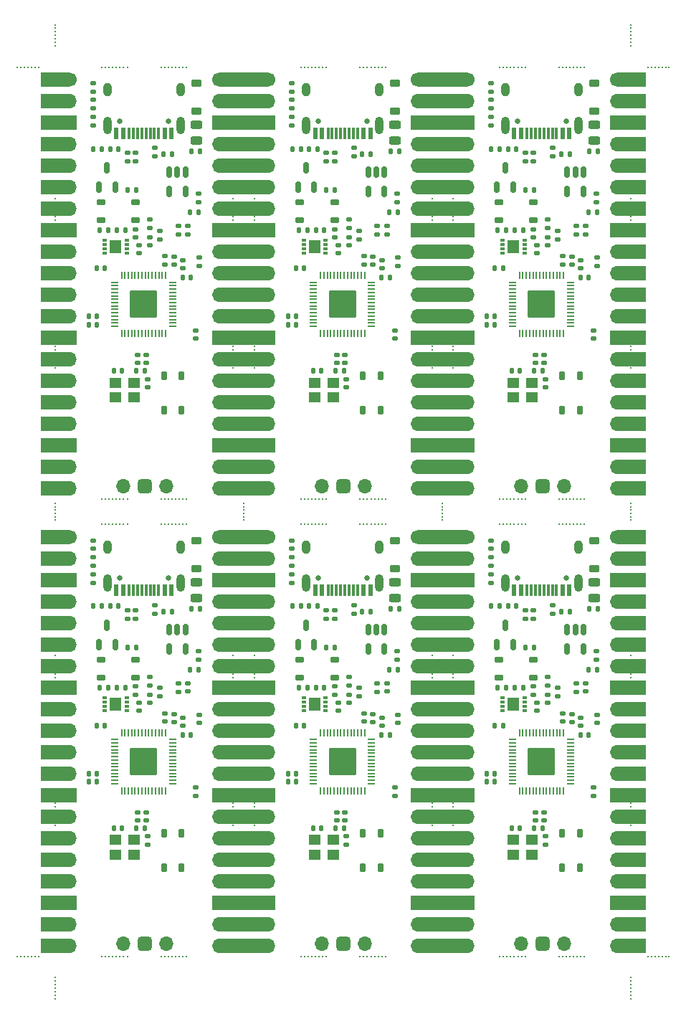
<source format=gbr>
%TF.GenerationSoftware,KiCad,Pcbnew,7.0.9*%
%TF.CreationDate,2024-05-10T15:51:33-04:00*%
%TF.ProjectId,panel,70616e65-6c2e-46b6-9963-61645f706362,rev?*%
%TF.SameCoordinates,Original*%
%TF.FileFunction,Soldermask,Top*%
%TF.FilePolarity,Negative*%
%FSLAX46Y46*%
G04 Gerber Fmt 4.6, Leading zero omitted, Abs format (unit mm)*
G04 Created by KiCad (PCBNEW 7.0.9) date 2024-05-10 15:51:33*
%MOMM*%
%LPD*%
G01*
G04 APERTURE LIST*
G04 Aperture macros list*
%AMRoundRect*
0 Rectangle with rounded corners*
0 $1 Rounding radius*
0 $2 $3 $4 $5 $6 $7 $8 $9 X,Y pos of 4 corners*
0 Add a 4 corners polygon primitive as box body*
4,1,4,$2,$3,$4,$5,$6,$7,$8,$9,$2,$3,0*
0 Add four circle primitives for the rounded corners*
1,1,$1+$1,$2,$3*
1,1,$1+$1,$4,$5*
1,1,$1+$1,$6,$7*
1,1,$1+$1,$8,$9*
0 Add four rect primitives between the rounded corners*
20,1,$1+$1,$2,$3,$4,$5,0*
20,1,$1+$1,$4,$5,$6,$7,0*
20,1,$1+$1,$6,$7,$8,$9,0*
20,1,$1+$1,$8,$9,$2,$3,0*%
G04 Aperture macros list end*
%ADD10RoundRect,0.140000X-0.140000X-0.170000X0.140000X-0.170000X0.140000X0.170000X-0.140000X0.170000X0*%
%ADD11C,0.200000*%
%ADD12RoundRect,0.140000X0.170000X-0.140000X0.170000X0.140000X-0.170000X0.140000X-0.170000X-0.140000X0*%
%ADD13RoundRect,0.140000X-0.170000X0.140000X-0.170000X-0.140000X0.170000X-0.140000X0.170000X0.140000X0*%
%ADD14RoundRect,0.135000X0.135000X0.185000X-0.135000X0.185000X-0.135000X-0.185000X0.135000X-0.185000X0*%
%ADD15R,3.500000X1.700000*%
%ADD16C,1.700000*%
%ADD17O,1.700000X1.700000*%
%ADD18R,1.700000X1.700000*%
%ADD19R,1.400000X1.200000*%
%ADD20RoundRect,0.135000X-0.135000X-0.185000X0.135000X-0.185000X0.135000X0.185000X-0.135000X0.185000X0*%
%ADD21RoundRect,0.140000X0.140000X0.170000X-0.140000X0.170000X-0.140000X-0.170000X0.140000X-0.170000X0*%
%ADD22RoundRect,0.147500X0.147500X0.172500X-0.147500X0.172500X-0.147500X-0.172500X0.147500X-0.172500X0*%
%ADD23RoundRect,0.162500X0.162500X-0.362500X0.162500X0.362500X-0.162500X0.362500X-0.162500X-0.362500X0*%
%ADD24RoundRect,0.243750X-0.456250X0.243750X-0.456250X-0.243750X0.456250X-0.243750X0.456250X0.243750X0*%
%ADD25RoundRect,0.135000X-0.185000X0.135000X-0.185000X-0.135000X0.185000X-0.135000X0.185000X0.135000X0*%
%ADD26RoundRect,0.087500X-0.175000X-0.087500X0.175000X-0.087500X0.175000X0.087500X-0.175000X0.087500X0*%
%ADD27R,1.400000X1.600000*%
%ADD28RoundRect,0.050000X-0.387500X-0.050000X0.387500X-0.050000X0.387500X0.050000X-0.387500X0.050000X0*%
%ADD29RoundRect,0.050000X-0.050000X-0.387500X0.050000X-0.387500X0.050000X0.387500X-0.050000X0.387500X0*%
%ADD30RoundRect,0.144000X-1.456000X-1.456000X1.456000X-1.456000X1.456000X1.456000X-1.456000X1.456000X0*%
%ADD31C,0.650000*%
%ADD32R,0.600000X1.450000*%
%ADD33R,0.300000X1.450000*%
%ADD34O,1.000000X2.100000*%
%ADD35O,1.000000X1.600000*%
%ADD36RoundRect,0.225000X0.375000X-0.225000X0.375000X0.225000X-0.375000X0.225000X-0.375000X-0.225000X0*%
%ADD37RoundRect,0.150000X0.150000X-0.512500X0.150000X0.512500X-0.150000X0.512500X-0.150000X-0.512500X0*%
%ADD38RoundRect,0.135000X0.185000X-0.135000X0.185000X0.135000X-0.185000X0.135000X-0.185000X-0.135000X0*%
%ADD39RoundRect,0.162500X0.362500X0.162500X-0.362500X0.162500X-0.362500X-0.162500X0.362500X-0.162500X0*%
%ADD40RoundRect,0.425000X0.425000X-0.425000X0.425000X0.425000X-0.425000X0.425000X-0.425000X-0.425000X0*%
%ADD41RoundRect,0.147500X-0.172500X0.147500X-0.172500X-0.147500X0.172500X-0.147500X0.172500X0.147500X0*%
%ADD42RoundRect,0.150000X-0.150000X0.512500X-0.150000X-0.512500X0.150000X-0.512500X0.150000X0.512500X0*%
G04 APERTURE END LIST*
D10*
%TO.C,C4*%
X129540000Y-49840000D03*
X130500000Y-49840000D03*
%TD*%
D11*
%TO.C,KiKit_MB_10_5*%
X138000000Y-58785714D03*
%TD*%
D12*
%TO.C,C12*%
X176580000Y-102780000D03*
X176580000Y-101820000D03*
%TD*%
D11*
%TO.C,KiKit_MB_3_5*%
X135500000Y-42214286D03*
%TD*%
%TO.C,KiKit_MB_29_5*%
X121714286Y-79000000D03*
%TD*%
%TO.C,KiKit_MB_58_6*%
X112083334Y-130000000D03*
%TD*%
%TO.C,KiKit_MB_35_8*%
X159000000Y-97500000D03*
%TD*%
D13*
%TO.C,C2*%
X172210000Y-112980000D03*
X172210000Y-113940000D03*
%TD*%
D11*
%TO.C,KiKit_MB_25_1*%
X114500000Y-97500000D03*
%TD*%
%TO.C,KiKit_MB_30_8*%
X130000000Y-79000000D03*
%TD*%
%TO.C,KiKit_MB_14_7*%
X153071428Y-25000000D03*
%TD*%
%TO.C,KiKit_MB_35_4*%
X159000000Y-95785714D03*
%TD*%
D14*
%TO.C,R7*%
X125080000Y-114870000D03*
X124060000Y-114870000D03*
%TD*%
D11*
%TO.C,KiKit_MB_43_7*%
X182500000Y-97071428D03*
%TD*%
%TO.C,KiKit_MB_31_7*%
X120428572Y-130000000D03*
%TD*%
%TO.C,KiKit_MB_9_2*%
X138000000Y-43071429D03*
%TD*%
%TO.C,KiKit_MB_28_3*%
X135500000Y-112357142D03*
%TD*%
%TO.C,KiKit_MB_32_4*%
X128714285Y-130000000D03*
%TD*%
%TO.C,KiKit_MB_16_8*%
X150500000Y-76000000D03*
%TD*%
%TO.C,KiKit_MB_41_3*%
X161500000Y-96642857D03*
%TD*%
%TO.C,KiKit_MB_5_1*%
X120000000Y-25000000D03*
%TD*%
D15*
%TO.C,J1*%
X137970000Y-26490000D03*
D16*
X139670000Y-26490000D03*
D15*
X137970000Y-29030000D03*
D17*
X139670000Y-29030000D03*
D15*
X137970000Y-31570000D03*
D18*
X139670000Y-31570000D03*
D15*
X137970000Y-34110000D03*
D17*
X139670000Y-34110000D03*
D15*
X137970000Y-36650000D03*
D17*
X139670000Y-36650000D03*
D15*
X137970000Y-39190000D03*
D17*
X139670000Y-39190000D03*
D15*
X137960000Y-41730000D03*
D17*
X139670000Y-41730000D03*
D15*
X137970000Y-44270000D03*
D18*
X139670000Y-44270000D03*
D15*
X137970000Y-46810000D03*
D17*
X139670000Y-46810000D03*
D15*
X137970000Y-49350000D03*
D17*
X139670000Y-49350000D03*
D15*
X137970000Y-51890000D03*
D17*
X139670000Y-51890000D03*
D15*
X137980000Y-54430000D03*
D17*
X139670000Y-54430000D03*
D15*
X137970000Y-56970000D03*
D18*
X139670000Y-56970000D03*
D15*
X137970000Y-59510000D03*
D17*
X139670000Y-59510000D03*
D15*
X137970000Y-62050000D03*
D17*
X139670000Y-62050000D03*
D15*
X137970000Y-64590000D03*
D17*
X139670000Y-64590000D03*
D15*
X137970000Y-67140000D03*
D17*
X139670000Y-67130000D03*
D15*
X137970000Y-69670000D03*
D18*
X139670000Y-69670000D03*
D15*
X137970000Y-72220000D03*
D17*
X139670000Y-72210000D03*
D15*
X137970000Y-74750000D03*
D17*
X139670000Y-74750000D03*
%TD*%
D19*
%TO.C,Y1*%
X170810000Y-116260000D03*
X168610000Y-116260000D03*
X168610000Y-117960000D03*
X170810000Y-117960000D03*
%TD*%
D12*
%TO.C,C1*%
X171390000Y-101000000D03*
X171390000Y-100040000D03*
%TD*%
D11*
%TO.C,KiKit_MB_17_7*%
X161500000Y-40928572D03*
%TD*%
D12*
%TO.C,C19*%
X170980000Y-99100000D03*
X170980000Y-98140000D03*
%TD*%
D11*
%TO.C,KiKit_MB_26_1*%
X114500000Y-114500000D03*
%TD*%
D20*
%TO.C,R6*%
X119000000Y-88650000D03*
X120020000Y-88650000D03*
%TD*%
D21*
%TO.C,C16*%
X169760000Y-98260000D03*
X168800000Y-98260000D03*
%TD*%
D11*
%TO.C,KiKit_MB_7_5*%
X121285715Y-76000000D03*
%TD*%
D22*
%TO.C,D2*%
X168965000Y-88650000D03*
X167995000Y-88650000D03*
%TD*%
D11*
%TO.C,KiKit_MB_10_1*%
X138000000Y-60500000D03*
%TD*%
D23*
%TO.C,SW1*%
X150822500Y-119542500D03*
X150822500Y-115452500D03*
X152922500Y-119542500D03*
X152922500Y-115452500D03*
%TD*%
D12*
%TO.C,C3*%
X174470000Y-102290000D03*
X174470000Y-101330000D03*
%TD*%
D11*
%TO.C,KiKit_MB_13_7*%
X146071428Y-25000000D03*
%TD*%
%TO.C,KiKit_MB_49_4*%
X136750000Y-77300000D03*
%TD*%
D12*
%TO.C,C3*%
X127470000Y-102290000D03*
X127470000Y-101330000D03*
%TD*%
%TO.C,C11*%
X128530000Y-48330000D03*
X128530000Y-47370000D03*
%TD*%
D11*
%TO.C,KiKit_MB_39_7*%
X143928571Y-130000000D03*
%TD*%
%TO.C,KiKit_MB_41_8*%
X161500000Y-94500000D03*
%TD*%
D24*
%TO.C,F1*%
X131140000Y-85832500D03*
X131140000Y-87707500D03*
%TD*%
D11*
%TO.C,KiKit_MB_39_5*%
X144785714Y-130000000D03*
%TD*%
D13*
%TO.C,C6*%
X124240000Y-112970000D03*
X124240000Y-113930000D03*
%TD*%
D25*
%TO.C,R3*%
X131380000Y-39960000D03*
X131380000Y-40980000D03*
%TD*%
D11*
%TO.C,KiKit_MB_44_4*%
X182500000Y-112785714D03*
%TD*%
%TO.C,KiKit_MB_54_7*%
X182500000Y-22500000D03*
%TD*%
D20*
%TO.C,R8*%
X146500000Y-39520000D03*
X147520000Y-39520000D03*
%TD*%
D11*
%TO.C,KiKit_MB_32_5*%
X128285714Y-130000000D03*
%TD*%
D12*
%TO.C,C12*%
X129580000Y-102780000D03*
X129580000Y-101820000D03*
%TD*%
D11*
%TO.C,KiKit_MB_2_2*%
X114500000Y-60071428D03*
%TD*%
%TO.C,KiKit_MB_16_1*%
X153500000Y-76000000D03*
%TD*%
D25*
%TO.C,R3*%
X178380000Y-93960000D03*
X178380000Y-94980000D03*
%TD*%
D12*
%TO.C,C1*%
X124390000Y-47000000D03*
X124390000Y-46040000D03*
%TD*%
D11*
%TO.C,KiKit_MB_3_3*%
X135500000Y-41357143D03*
%TD*%
D13*
%TO.C,C14*%
X172370000Y-61830000D03*
X172370000Y-62790000D03*
%TD*%
D11*
%TO.C,KiKit_MB_4_3*%
X135500000Y-58357142D03*
%TD*%
D16*
%TO.C,J2*%
X180840000Y-80460000D03*
D15*
X182540000Y-80460000D03*
D17*
X180840000Y-83000000D03*
D15*
X182540000Y-83000000D03*
D18*
X180840000Y-85540000D03*
D15*
X182540000Y-85540000D03*
D17*
X180840000Y-88080000D03*
D15*
X182540000Y-88080000D03*
D17*
X180840000Y-90620000D03*
D15*
X182540000Y-90620000D03*
D17*
X180840000Y-93160000D03*
D15*
X182540000Y-93160000D03*
D17*
X180840000Y-95700000D03*
D15*
X182550000Y-95700000D03*
D18*
X180840000Y-98240000D03*
D15*
X182540000Y-98240000D03*
D17*
X180840000Y-100780000D03*
D15*
X182540000Y-100780000D03*
D17*
X180840000Y-103320000D03*
D15*
X182540000Y-103320000D03*
D17*
X180840000Y-105860000D03*
D15*
X182540000Y-105860000D03*
D17*
X180840000Y-108400000D03*
D15*
X182530000Y-108400000D03*
D18*
X180840000Y-110940000D03*
D15*
X182540000Y-110940000D03*
D17*
X180840000Y-113480000D03*
D15*
X182540000Y-113480000D03*
D17*
X180840000Y-116020000D03*
D15*
X182540000Y-116020000D03*
D17*
X180840000Y-118560000D03*
D15*
X182540000Y-118560000D03*
D17*
X180840000Y-121100000D03*
D15*
X182540000Y-121110000D03*
D18*
X180840000Y-123640000D03*
D15*
X182540000Y-123640000D03*
D17*
X180840000Y-126180000D03*
D15*
X182540000Y-126190000D03*
D17*
X180840000Y-128720000D03*
D15*
X182540000Y-128720000D03*
%TD*%
D11*
%TO.C,KiKit_MB_10_7*%
X138000000Y-57928571D03*
%TD*%
%TO.C,KiKit_MB_5_8*%
X123000000Y-25000000D03*
%TD*%
%TO.C,KiKit_MB_44_6*%
X182500000Y-113642857D03*
%TD*%
%TO.C,KiKit_MB_21_8*%
X170000000Y-25000000D03*
%TD*%
%TO.C,KiKit_MB_13_4*%
X144785714Y-25000000D03*
%TD*%
D26*
%TO.C,U2*%
X143842500Y-45450000D03*
X143842500Y-45950000D03*
X143842500Y-46450000D03*
X143842500Y-46950000D03*
X146417500Y-46950000D03*
X146417500Y-46450000D03*
X146417500Y-45950000D03*
X146417500Y-45450000D03*
D27*
X145130000Y-46200000D03*
%TD*%
D11*
%TO.C,KiKit_MB_59_5*%
X186166666Y-25000000D03*
%TD*%
%TO.C,KiKit_MB_22_5*%
X175714285Y-25000000D03*
%TD*%
D21*
%TO.C,C16*%
X146260000Y-98260000D03*
X145300000Y-98260000D03*
%TD*%
D11*
%TO.C,KiKit_MB_21_5*%
X168714285Y-25000000D03*
%TD*%
D16*
%TO.C,J2*%
X133840000Y-80460000D03*
D15*
X135540000Y-80460000D03*
D17*
X133840000Y-83000000D03*
D15*
X135540000Y-83000000D03*
D18*
X133840000Y-85540000D03*
D15*
X135540000Y-85540000D03*
D17*
X133840000Y-88080000D03*
D15*
X135540000Y-88080000D03*
D17*
X133840000Y-90620000D03*
D15*
X135540000Y-90620000D03*
D17*
X133840000Y-93160000D03*
D15*
X135540000Y-93160000D03*
D17*
X133840000Y-95700000D03*
D15*
X135550000Y-95700000D03*
D18*
X133840000Y-98240000D03*
D15*
X135540000Y-98240000D03*
D17*
X133840000Y-100780000D03*
D15*
X135540000Y-100780000D03*
D17*
X133840000Y-103320000D03*
D15*
X135540000Y-103320000D03*
D17*
X133840000Y-105860000D03*
D15*
X135540000Y-105860000D03*
D17*
X133840000Y-108400000D03*
D15*
X135530000Y-108400000D03*
D18*
X133840000Y-110940000D03*
D15*
X135540000Y-110940000D03*
D17*
X133840000Y-113480000D03*
D15*
X135540000Y-113480000D03*
D17*
X133840000Y-116020000D03*
D15*
X135540000Y-116020000D03*
D17*
X133840000Y-118560000D03*
D15*
X135540000Y-118560000D03*
D17*
X133840000Y-121100000D03*
D15*
X135540000Y-121110000D03*
D18*
X133840000Y-123640000D03*
D15*
X135540000Y-123640000D03*
D17*
X133840000Y-126180000D03*
D15*
X135540000Y-126190000D03*
D17*
X133840000Y-128720000D03*
D15*
X135540000Y-128720000D03*
%TD*%
D11*
%TO.C,KiKit_MB_39_8*%
X143500000Y-130000000D03*
%TD*%
%TO.C,KiKit_MB_20_5*%
X182500000Y-59214285D03*
%TD*%
D21*
%TO.C,C9*%
X167370000Y-48760000D03*
X166410000Y-48760000D03*
%TD*%
D11*
%TO.C,KiKit_MB_26_7*%
X114500000Y-111928571D03*
%TD*%
%TO.C,KiKit_MB_20_8*%
X182500000Y-60500000D03*
%TD*%
D20*
%TO.C,R8*%
X170000000Y-93520000D03*
X171020000Y-93520000D03*
%TD*%
D10*
%TO.C,C15*%
X121430000Y-114830000D03*
X122390000Y-114830000D03*
%TD*%
D11*
%TO.C,KiKit_MB_45_8*%
X170000000Y-79000000D03*
%TD*%
D28*
%TO.C,U1*%
X144987500Y-50410000D03*
X144987500Y-50810000D03*
X144987500Y-51210000D03*
X144987500Y-51610000D03*
X144987500Y-52010000D03*
X144987500Y-52410000D03*
X144987500Y-52810000D03*
X144987500Y-53210000D03*
X144987500Y-53610000D03*
X144987500Y-54010000D03*
X144987500Y-54410000D03*
X144987500Y-54810000D03*
X144987500Y-55210000D03*
X144987500Y-55610000D03*
D29*
X145825000Y-56447500D03*
X146225000Y-56447500D03*
X146625000Y-56447500D03*
X147025000Y-56447500D03*
X147425000Y-56447500D03*
X147825000Y-56447500D03*
X148225000Y-56447500D03*
X148625000Y-56447500D03*
X149025000Y-56447500D03*
X149425000Y-56447500D03*
X149825000Y-56447500D03*
X150225000Y-56447500D03*
X150625000Y-56447500D03*
X151025000Y-56447500D03*
D28*
X151862500Y-55610000D03*
X151862500Y-55210000D03*
X151862500Y-54810000D03*
X151862500Y-54410000D03*
X151862500Y-54010000D03*
X151862500Y-53610000D03*
X151862500Y-53210000D03*
X151862500Y-52810000D03*
X151862500Y-52410000D03*
X151862500Y-52010000D03*
X151862500Y-51610000D03*
X151862500Y-51210000D03*
X151862500Y-50810000D03*
X151862500Y-50410000D03*
D29*
X151025000Y-49572500D03*
X150625000Y-49572500D03*
X150225000Y-49572500D03*
X149825000Y-49572500D03*
X149425000Y-49572500D03*
X149025000Y-49572500D03*
X148625000Y-49572500D03*
X148225000Y-49572500D03*
X147825000Y-49572500D03*
X147425000Y-49572500D03*
X147025000Y-49572500D03*
X146625000Y-49572500D03*
X146225000Y-49572500D03*
X145825000Y-49572500D03*
D30*
X148425000Y-53010000D03*
%TD*%
D11*
%TO.C,KiKit_MB_6_5*%
X128714285Y-25000000D03*
%TD*%
%TO.C,KiKit_MB_1_8*%
X114500000Y-40500000D03*
%TD*%
%TO.C,KiKit_MB_57_7*%
X112500000Y-25000000D03*
%TD*%
D31*
%TO.C,J4*%
X174850000Y-85350000D03*
X169070000Y-85350000D03*
D32*
X175210000Y-86795000D03*
X174410000Y-86795000D03*
D33*
X173210000Y-86795000D03*
X172210000Y-86795000D03*
X171710000Y-86795000D03*
X170710000Y-86795000D03*
D32*
X169510000Y-86795000D03*
X168710000Y-86795000D03*
X168710000Y-86795000D03*
X169510000Y-86795000D03*
D33*
X170210000Y-86795000D03*
X171210000Y-86795000D03*
X172710000Y-86795000D03*
X173710000Y-86795000D03*
D32*
X174410000Y-86795000D03*
X175210000Y-86795000D03*
D34*
X176280000Y-85880000D03*
D35*
X176280000Y-81700000D03*
D34*
X167640000Y-85880000D03*
D35*
X167640000Y-81700000D03*
%TD*%
D12*
%TO.C,C10*%
X178470000Y-48450000D03*
X178470000Y-47490000D03*
%TD*%
D23*
%TO.C,SW1*%
X174322500Y-65542500D03*
X174322500Y-61452500D03*
X176422500Y-65542500D03*
X176422500Y-61452500D03*
%TD*%
D11*
%TO.C,KiKit_MB_21_2*%
X167428571Y-25000000D03*
%TD*%
%TO.C,KiKit_MB_20_2*%
X182500000Y-57928571D03*
%TD*%
D12*
%TO.C,C3*%
X150970000Y-48290000D03*
X150970000Y-47330000D03*
%TD*%
D11*
%TO.C,KiKit_MB_15_8*%
X143500000Y-76000000D03*
%TD*%
D36*
%TO.C,D3*%
X131150000Y-30227500D03*
X131150000Y-26927500D03*
%TD*%
D11*
%TO.C,KiKit_MB_46_6*%
X176142857Y-79000000D03*
%TD*%
%TO.C,KiKit_MB_34_3*%
X138000000Y-113642857D03*
%TD*%
D20*
%TO.C,R6*%
X142500000Y-88650000D03*
X143520000Y-88650000D03*
%TD*%
D11*
%TO.C,KiKit_MB_23_2*%
X169571428Y-76000000D03*
%TD*%
D14*
%TO.C,R7*%
X148580000Y-114870000D03*
X147560000Y-114870000D03*
%TD*%
%TO.C,R4*%
X154960000Y-96160000D03*
X153940000Y-96160000D03*
%TD*%
D11*
%TO.C,KiKit_MB_45_1*%
X167000000Y-79000000D03*
%TD*%
D28*
%TO.C,U1*%
X144987500Y-104410000D03*
X144987500Y-104810000D03*
X144987500Y-105210000D03*
X144987500Y-105610000D03*
X144987500Y-106010000D03*
X144987500Y-106410000D03*
X144987500Y-106810000D03*
X144987500Y-107210000D03*
X144987500Y-107610000D03*
X144987500Y-108010000D03*
X144987500Y-108410000D03*
X144987500Y-108810000D03*
X144987500Y-109210000D03*
X144987500Y-109610000D03*
D29*
X145825000Y-110447500D03*
X146225000Y-110447500D03*
X146625000Y-110447500D03*
X147025000Y-110447500D03*
X147425000Y-110447500D03*
X147825000Y-110447500D03*
X148225000Y-110447500D03*
X148625000Y-110447500D03*
X149025000Y-110447500D03*
X149425000Y-110447500D03*
X149825000Y-110447500D03*
X150225000Y-110447500D03*
X150625000Y-110447500D03*
X151025000Y-110447500D03*
D28*
X151862500Y-109610000D03*
X151862500Y-109210000D03*
X151862500Y-108810000D03*
X151862500Y-108410000D03*
X151862500Y-108010000D03*
X151862500Y-107610000D03*
X151862500Y-107210000D03*
X151862500Y-106810000D03*
X151862500Y-106410000D03*
X151862500Y-106010000D03*
X151862500Y-105610000D03*
X151862500Y-105210000D03*
X151862500Y-104810000D03*
X151862500Y-104410000D03*
D29*
X151025000Y-103572500D03*
X150625000Y-103572500D03*
X150225000Y-103572500D03*
X149825000Y-103572500D03*
X149425000Y-103572500D03*
X149025000Y-103572500D03*
X148625000Y-103572500D03*
X148225000Y-103572500D03*
X147825000Y-103572500D03*
X147425000Y-103572500D03*
X147025000Y-103572500D03*
X146625000Y-103572500D03*
X146225000Y-103572500D03*
X145825000Y-103572500D03*
D30*
X148425000Y-107010000D03*
%TD*%
D11*
%TO.C,KiKit_MB_8_3*%
X129142857Y-76000000D03*
%TD*%
%TO.C,KiKit_MB_30_3*%
X127857142Y-79000000D03*
%TD*%
D13*
%TO.C,C7*%
X178090000Y-110080000D03*
X178090000Y-111040000D03*
%TD*%
D11*
%TO.C,KiKit_MB_7_7*%
X120428572Y-76000000D03*
%TD*%
%TO.C,KiKit_MB_18_2*%
X161500000Y-60071428D03*
%TD*%
%TO.C,KiKit_MB_58_7*%
X112500000Y-130000000D03*
%TD*%
%TO.C,KiKit_MB_40_7*%
X150928571Y-130000000D03*
%TD*%
D26*
%TO.C,U2*%
X167342500Y-99450000D03*
X167342500Y-99950000D03*
X167342500Y-100450000D03*
X167342500Y-100950000D03*
X169917500Y-100950000D03*
X169917500Y-100450000D03*
X169917500Y-99950000D03*
X169917500Y-99450000D03*
D27*
X168630000Y-100200000D03*
%TD*%
D21*
%TO.C,C13*%
X142930000Y-54420000D03*
X141970000Y-54420000D03*
%TD*%
D11*
%TO.C,KiKit_MB_3_4*%
X135500000Y-41785715D03*
%TD*%
%TO.C,KiKit_MB_34_2*%
X138000000Y-114071428D03*
%TD*%
%TO.C,KiKit_MB_26_2*%
X114500000Y-114071428D03*
%TD*%
%TO.C,KiKit_MB_49_2*%
X136750000Y-78100000D03*
%TD*%
%TO.C,KiKit_MB_2_7*%
X114500000Y-57928571D03*
%TD*%
%TO.C,KiKit_MB_19_7*%
X182500000Y-43071429D03*
%TD*%
%TO.C,KiKit_MB_30_6*%
X129142857Y-79000000D03*
%TD*%
%TO.C,KiKit_MB_49_6*%
X136750000Y-76500000D03*
%TD*%
%TO.C,KiKit_MB_11_5*%
X159000000Y-42214286D03*
%TD*%
%TO.C,KiKit_MB_48_4*%
X175714285Y-130000000D03*
%TD*%
%TO.C,KiKit_MB_30_7*%
X129571428Y-79000000D03*
%TD*%
D12*
%TO.C,C11*%
X152030000Y-48330000D03*
X152030000Y-47370000D03*
%TD*%
D11*
%TO.C,KiKit_MB_38_5*%
X152214285Y-79000000D03*
%TD*%
%TO.C,KiKit_MB_37_4*%
X144785714Y-79000000D03*
%TD*%
%TO.C,KiKit_MB_19_2*%
X182500000Y-40928572D03*
%TD*%
D12*
%TO.C,C5*%
X172660000Y-100060000D03*
X172660000Y-99100000D03*
%TD*%
D25*
%TO.C,R14*%
X170970000Y-89110000D03*
X170970000Y-90130000D03*
%TD*%
D11*
%TO.C,KiKit_MB_26_5*%
X114500000Y-112785714D03*
%TD*%
D14*
%TO.C,R15*%
X155100000Y-34960000D03*
X154080000Y-34960000D03*
%TD*%
D11*
%TO.C,KiKit_MB_46_7*%
X176571428Y-79000000D03*
%TD*%
D12*
%TO.C,C1*%
X147890000Y-47000000D03*
X147890000Y-46040000D03*
%TD*%
D11*
%TO.C,KiKit_MB_31_5*%
X121285715Y-130000000D03*
%TD*%
D20*
%TO.C,FB1*%
X127250000Y-35310000D03*
X128270000Y-35310000D03*
%TD*%
D16*
%TO.C,J2*%
X133840000Y-26460000D03*
D15*
X135540000Y-26460000D03*
D17*
X133840000Y-29000000D03*
D15*
X135540000Y-29000000D03*
D18*
X133840000Y-31540000D03*
D15*
X135540000Y-31540000D03*
D17*
X133840000Y-34080000D03*
D15*
X135540000Y-34080000D03*
D17*
X133840000Y-36620000D03*
D15*
X135540000Y-36620000D03*
D17*
X133840000Y-39160000D03*
D15*
X135540000Y-39160000D03*
D17*
X133840000Y-41700000D03*
D15*
X135550000Y-41700000D03*
D18*
X133840000Y-44240000D03*
D15*
X135540000Y-44240000D03*
D17*
X133840000Y-46780000D03*
D15*
X135540000Y-46780000D03*
D17*
X133840000Y-49320000D03*
D15*
X135540000Y-49320000D03*
D17*
X133840000Y-51860000D03*
D15*
X135540000Y-51860000D03*
D17*
X133840000Y-54400000D03*
D15*
X135530000Y-54400000D03*
D18*
X133840000Y-56940000D03*
D15*
X135540000Y-56940000D03*
D17*
X133840000Y-59480000D03*
D15*
X135540000Y-59480000D03*
D17*
X133840000Y-62020000D03*
D15*
X135540000Y-62020000D03*
D17*
X133840000Y-64560000D03*
D15*
X135540000Y-64560000D03*
D17*
X133840000Y-67100000D03*
D15*
X135540000Y-67110000D03*
D18*
X133840000Y-69640000D03*
D15*
X135540000Y-69640000D03*
D17*
X133840000Y-72180000D03*
D15*
X135540000Y-72190000D03*
D17*
X133840000Y-74720000D03*
D15*
X135540000Y-74720000D03*
%TD*%
D11*
%TO.C,KiKit_MB_49_3*%
X136750000Y-77700000D03*
%TD*%
%TO.C,KiKit_MB_38_8*%
X153500000Y-79000000D03*
%TD*%
%TO.C,KiKit_MB_13_8*%
X146500000Y-25000000D03*
%TD*%
%TO.C,KiKit_MB_35_6*%
X159000000Y-96642857D03*
%TD*%
%TO.C,KiKit_MB_12_6*%
X159000000Y-59642857D03*
%TD*%
D20*
%TO.C,R9*%
X166750000Y-44260000D03*
X167770000Y-44260000D03*
%TD*%
D11*
%TO.C,KiKit_MB_2_1*%
X114500000Y-60500000D03*
%TD*%
D12*
%TO.C,C1*%
X147890000Y-101000000D03*
X147890000Y-100040000D03*
%TD*%
D24*
%TO.C,F1*%
X154640000Y-85832500D03*
X154640000Y-87707500D03*
%TD*%
D11*
%TO.C,KiKit_MB_59_7*%
X187000000Y-25000000D03*
%TD*%
%TO.C,KiKit_MB_60_5*%
X186166666Y-130000000D03*
%TD*%
%TO.C,KiKit_MB_25_5*%
X114500000Y-95785714D03*
%TD*%
D21*
%TO.C,C16*%
X169760000Y-44260000D03*
X168800000Y-44260000D03*
%TD*%
D11*
%TO.C,KiKit_MB_18_7*%
X161500000Y-57928571D03*
%TD*%
D12*
%TO.C,C10*%
X131470000Y-102450000D03*
X131470000Y-101490000D03*
%TD*%
D11*
%TO.C,KiKit_MB_51_6*%
X114500000Y-78500000D03*
%TD*%
%TO.C,KiKit_MB_18_6*%
X161500000Y-58357142D03*
%TD*%
%TO.C,KiKit_MB_55_6*%
X114500000Y-134583333D03*
%TD*%
%TO.C,KiKit_MB_23_8*%
X167000000Y-76000000D03*
%TD*%
%TO.C,KiKit_MB_29_1*%
X120000000Y-79000000D03*
%TD*%
%TO.C,KiKit_MB_25_3*%
X114500000Y-96642857D03*
%TD*%
%TO.C,KiKit_MB_30_1*%
X127000000Y-79000000D03*
%TD*%
D10*
%TO.C,C4*%
X153040000Y-103840000D03*
X154000000Y-103840000D03*
%TD*%
D11*
%TO.C,KiKit_MB_13_1*%
X143500000Y-25000000D03*
%TD*%
%TO.C,KiKit_MB_27_5*%
X135500000Y-96214285D03*
%TD*%
D15*
%TO.C,J1*%
X137970000Y-80490000D03*
D16*
X139670000Y-80490000D03*
D15*
X137970000Y-83030000D03*
D17*
X139670000Y-83030000D03*
D15*
X137970000Y-85570000D03*
D18*
X139670000Y-85570000D03*
D15*
X137970000Y-88110000D03*
D17*
X139670000Y-88110000D03*
D15*
X137970000Y-90650000D03*
D17*
X139670000Y-90650000D03*
D15*
X137970000Y-93190000D03*
D17*
X139670000Y-93190000D03*
D15*
X137960000Y-95730000D03*
D17*
X139670000Y-95730000D03*
D15*
X137970000Y-98270000D03*
D18*
X139670000Y-98270000D03*
D15*
X137970000Y-100810000D03*
D17*
X139670000Y-100810000D03*
D15*
X137970000Y-103350000D03*
D17*
X139670000Y-103350000D03*
D15*
X137970000Y-105890000D03*
D17*
X139670000Y-105890000D03*
D15*
X137980000Y-108430000D03*
D17*
X139670000Y-108430000D03*
D15*
X137970000Y-110970000D03*
D18*
X139670000Y-110970000D03*
D15*
X137970000Y-113510000D03*
D17*
X139670000Y-113510000D03*
D15*
X137970000Y-116050000D03*
D17*
X139670000Y-116050000D03*
D15*
X137970000Y-118590000D03*
D17*
X139670000Y-118590000D03*
D15*
X137970000Y-121140000D03*
D17*
X139670000Y-121130000D03*
D15*
X137970000Y-123670000D03*
D18*
X139670000Y-123670000D03*
D15*
X137970000Y-126220000D03*
D17*
X139670000Y-126210000D03*
D15*
X137970000Y-128750000D03*
D17*
X139670000Y-128750000D03*
%TD*%
D11*
%TO.C,KiKit_MB_32_2*%
X129571428Y-130000000D03*
%TD*%
%TO.C,KiKit_MB_45_3*%
X167857142Y-79000000D03*
%TD*%
%TO.C,KiKit_MB_33_2*%
X138000000Y-97071428D03*
%TD*%
%TO.C,KiKit_MB_3_6*%
X135500000Y-42642858D03*
%TD*%
%TO.C,KiKit_MB_34_5*%
X138000000Y-112785714D03*
%TD*%
D12*
%TO.C,C19*%
X170980000Y-45100000D03*
X170980000Y-44140000D03*
%TD*%
D37*
%TO.C,Q1*%
X166670000Y-93177500D03*
X168570000Y-93177500D03*
X167620000Y-90902500D03*
%TD*%
D25*
%TO.C,R11*%
X149760000Y-88520000D03*
X149760000Y-89540000D03*
%TD*%
D12*
%TO.C,C3*%
X174470000Y-48290000D03*
X174470000Y-47330000D03*
%TD*%
D11*
%TO.C,KiKit_MB_33_4*%
X138000000Y-96214285D03*
%TD*%
D38*
%TO.C,R2*%
X150370000Y-99320000D03*
X150370000Y-98300000D03*
%TD*%
D16*
%TO.C,J2*%
X157340000Y-26460000D03*
D15*
X159040000Y-26460000D03*
D17*
X157340000Y-29000000D03*
D15*
X159040000Y-29000000D03*
D18*
X157340000Y-31540000D03*
D15*
X159040000Y-31540000D03*
D17*
X157340000Y-34080000D03*
D15*
X159040000Y-34080000D03*
D17*
X157340000Y-36620000D03*
D15*
X159040000Y-36620000D03*
D17*
X157340000Y-39160000D03*
D15*
X159040000Y-39160000D03*
D17*
X157340000Y-41700000D03*
D15*
X159050000Y-41700000D03*
D18*
X157340000Y-44240000D03*
D15*
X159040000Y-44240000D03*
D17*
X157340000Y-46780000D03*
D15*
X159040000Y-46780000D03*
D17*
X157340000Y-49320000D03*
D15*
X159040000Y-49320000D03*
D17*
X157340000Y-51860000D03*
D15*
X159040000Y-51860000D03*
D17*
X157340000Y-54400000D03*
D15*
X159030000Y-54400000D03*
D18*
X157340000Y-56940000D03*
D15*
X159040000Y-56940000D03*
D17*
X157340000Y-59480000D03*
D15*
X159040000Y-59480000D03*
D17*
X157340000Y-62020000D03*
D15*
X159040000Y-62020000D03*
D17*
X157340000Y-64560000D03*
D15*
X159040000Y-64560000D03*
D17*
X157340000Y-67100000D03*
D15*
X159040000Y-67110000D03*
D18*
X157340000Y-69640000D03*
D15*
X159040000Y-69640000D03*
D17*
X157340000Y-72180000D03*
D15*
X159040000Y-72190000D03*
D17*
X157340000Y-74720000D03*
D15*
X159040000Y-74720000D03*
%TD*%
D11*
%TO.C,KiKit_MB_11_2*%
X159000000Y-40928572D03*
%TD*%
D25*
%TO.C,R5*%
X176040000Y-97730000D03*
X176040000Y-98750000D03*
%TD*%
D11*
%TO.C,KiKit_MB_28_7*%
X135500000Y-114071428D03*
%TD*%
D28*
%TO.C,U1*%
X168487500Y-50410000D03*
X168487500Y-50810000D03*
X168487500Y-51210000D03*
X168487500Y-51610000D03*
X168487500Y-52010000D03*
X168487500Y-52410000D03*
X168487500Y-52810000D03*
X168487500Y-53210000D03*
X168487500Y-53610000D03*
X168487500Y-54010000D03*
X168487500Y-54410000D03*
X168487500Y-54810000D03*
X168487500Y-55210000D03*
X168487500Y-55610000D03*
D29*
X169325000Y-56447500D03*
X169725000Y-56447500D03*
X170125000Y-56447500D03*
X170525000Y-56447500D03*
X170925000Y-56447500D03*
X171325000Y-56447500D03*
X171725000Y-56447500D03*
X172125000Y-56447500D03*
X172525000Y-56447500D03*
X172925000Y-56447500D03*
X173325000Y-56447500D03*
X173725000Y-56447500D03*
X174125000Y-56447500D03*
X174525000Y-56447500D03*
D28*
X175362500Y-55610000D03*
X175362500Y-55210000D03*
X175362500Y-54810000D03*
X175362500Y-54410000D03*
X175362500Y-54010000D03*
X175362500Y-53610000D03*
X175362500Y-53210000D03*
X175362500Y-52810000D03*
X175362500Y-52410000D03*
X175362500Y-52010000D03*
X175362500Y-51610000D03*
X175362500Y-51210000D03*
X175362500Y-50810000D03*
X175362500Y-50410000D03*
D29*
X174525000Y-49572500D03*
X174125000Y-49572500D03*
X173725000Y-49572500D03*
X173325000Y-49572500D03*
X172925000Y-49572500D03*
X172525000Y-49572500D03*
X172125000Y-49572500D03*
X171725000Y-49572500D03*
X171325000Y-49572500D03*
X170925000Y-49572500D03*
X170525000Y-49572500D03*
X170125000Y-49572500D03*
X169725000Y-49572500D03*
X169325000Y-49572500D03*
D30*
X171925000Y-53010000D03*
%TD*%
D19*
%TO.C,Y1*%
X123810000Y-116260000D03*
X121610000Y-116260000D03*
X121610000Y-117960000D03*
X123810000Y-117960000D03*
%TD*%
D14*
%TO.C,R4*%
X178460000Y-42160000D03*
X177440000Y-42160000D03*
%TD*%
D23*
%TO.C,SW1*%
X150822500Y-65542500D03*
X150822500Y-61452500D03*
X152922500Y-65542500D03*
X152922500Y-61452500D03*
%TD*%
D11*
%TO.C,KiKit_MB_22_2*%
X174428571Y-25000000D03*
%TD*%
%TO.C,KiKit_MB_6_1*%
X127000000Y-25000000D03*
%TD*%
%TO.C,KiKit_MB_15_5*%
X144785714Y-76000000D03*
%TD*%
%TO.C,KiKit_MB_48_8*%
X174000000Y-130000000D03*
%TD*%
%TO.C,KiKit_MB_26_4*%
X114500000Y-113214285D03*
%TD*%
D38*
%TO.C,R10*%
X142460000Y-31900000D03*
X142460000Y-30880000D03*
%TD*%
D23*
%TO.C,SW1*%
X174322500Y-119542500D03*
X174322500Y-115452500D03*
X176422500Y-119542500D03*
X176422500Y-115452500D03*
%TD*%
D11*
%TO.C,KiKit_MB_33_3*%
X138000000Y-96642857D03*
%TD*%
%TO.C,KiKit_MB_34_7*%
X138000000Y-111928571D03*
%TD*%
%TO.C,KiKit_MB_35_1*%
X159000000Y-94500000D03*
%TD*%
D25*
%TO.C,R12*%
X165960000Y-82880000D03*
X165960000Y-83900000D03*
%TD*%
D23*
%TO.C,SW1*%
X127322500Y-65542500D03*
X127322500Y-61452500D03*
X129422500Y-65542500D03*
X129422500Y-61452500D03*
%TD*%
D11*
%TO.C,KiKit_MB_36_2*%
X159000000Y-111928571D03*
%TD*%
%TO.C,KiKit_MB_32_8*%
X127000000Y-130000000D03*
%TD*%
D20*
%TO.C,R8*%
X123000000Y-39520000D03*
X124020000Y-39520000D03*
%TD*%
D11*
%TO.C,KiKit_MB_47_1*%
X170000000Y-130000000D03*
%TD*%
%TO.C,KiKit_MB_44_3*%
X182500000Y-112357142D03*
%TD*%
%TO.C,KiKit_MB_32_3*%
X129142857Y-130000000D03*
%TD*%
D26*
%TO.C,U2*%
X143842500Y-99450000D03*
X143842500Y-99950000D03*
X143842500Y-100450000D03*
X143842500Y-100950000D03*
X146417500Y-100950000D03*
X146417500Y-100450000D03*
X146417500Y-99950000D03*
X146417500Y-99450000D03*
D27*
X145130000Y-100200000D03*
%TD*%
D11*
%TO.C,KiKit_MB_37_2*%
X143928571Y-79000000D03*
%TD*%
%TO.C,KiKit_MB_15_4*%
X145214285Y-76000000D03*
%TD*%
D12*
%TO.C,C1*%
X124390000Y-101000000D03*
X124390000Y-100040000D03*
%TD*%
D11*
%TO.C,KiKit_MB_33_7*%
X138000000Y-94928571D03*
%TD*%
%TO.C,KiKit_MB_40_1*%
X153500000Y-130000000D03*
%TD*%
%TO.C,KiKit_MB_36_1*%
X159000000Y-111500000D03*
%TD*%
%TO.C,KiKit_MB_58_5*%
X111666667Y-130000000D03*
%TD*%
%TO.C,KiKit_MB_29_4*%
X121285715Y-79000000D03*
%TD*%
%TO.C,KiKit_MB_55_5*%
X114500000Y-134166666D03*
%TD*%
%TO.C,KiKit_MB_40_3*%
X152642857Y-130000000D03*
%TD*%
D22*
%TO.C,D2*%
X145465000Y-34650000D03*
X144495000Y-34650000D03*
%TD*%
D11*
%TO.C,KiKit_MB_42_8*%
X161500000Y-111500000D03*
%TD*%
D13*
%TO.C,C2*%
X172210000Y-58980000D03*
X172210000Y-59940000D03*
%TD*%
D11*
%TO.C,KiKit_MB_32_1*%
X130000000Y-130000000D03*
%TD*%
D25*
%TO.C,R14*%
X147470000Y-89110000D03*
X147470000Y-90130000D03*
%TD*%
D11*
%TO.C,KiKit_MB_8_1*%
X130000000Y-76000000D03*
%TD*%
D36*
%TO.C,D3*%
X131150000Y-84227500D03*
X131150000Y-80927500D03*
%TD*%
D20*
%TO.C,R6*%
X166000000Y-88650000D03*
X167020000Y-88650000D03*
%TD*%
D11*
%TO.C,KiKit_MB_3_8*%
X135500000Y-43500000D03*
%TD*%
D38*
%TO.C,R13*%
X170000000Y-90130000D03*
X170000000Y-89110000D03*
%TD*%
D11*
%TO.C,KiKit_MB_42_2*%
X161500000Y-114071428D03*
%TD*%
%TO.C,KiKit_MB_55_7*%
X114500000Y-135000000D03*
%TD*%
%TO.C,KiKit_MB_60_3*%
X185333333Y-130000000D03*
%TD*%
%TO.C,KiKit_MB_52_6*%
X182500000Y-78500000D03*
%TD*%
%TO.C,KiKit_MB_5_2*%
X120428572Y-25000000D03*
%TD*%
%TO.C,KiKit_MB_47_3*%
X169142857Y-130000000D03*
%TD*%
D38*
%TO.C,R1*%
X149180000Y-98030000D03*
X149180000Y-97010000D03*
%TD*%
D13*
%TO.C,C6*%
X171240000Y-112970000D03*
X171240000Y-113930000D03*
%TD*%
D11*
%TO.C,KiKit_MB_19_4*%
X182500000Y-41785715D03*
%TD*%
D12*
%TO.C,C10*%
X131470000Y-48450000D03*
X131470000Y-47490000D03*
%TD*%
D11*
%TO.C,KiKit_MB_9_8*%
X138000000Y-40500000D03*
%TD*%
D19*
%TO.C,Y1*%
X123810000Y-62260000D03*
X121610000Y-62260000D03*
X121610000Y-63960000D03*
X123810000Y-63960000D03*
%TD*%
D11*
%TO.C,KiKit_MB_40_2*%
X153071428Y-130000000D03*
%TD*%
D13*
%TO.C,C14*%
X172370000Y-115830000D03*
X172370000Y-116790000D03*
%TD*%
D11*
%TO.C,KiKit_MB_54_1*%
X182500000Y-20000000D03*
%TD*%
D25*
%TO.C,R5*%
X152540000Y-97730000D03*
X152540000Y-98750000D03*
%TD*%
D19*
%TO.C,Y1*%
X147310000Y-116260000D03*
X145110000Y-116260000D03*
X145110000Y-117960000D03*
X147310000Y-117960000D03*
%TD*%
D11*
%TO.C,KiKit_MB_48_7*%
X174428571Y-130000000D03*
%TD*%
%TO.C,KiKit_MB_1_7*%
X114500000Y-40928572D03*
%TD*%
%TO.C,KiKit_MB_38_2*%
X150928571Y-79000000D03*
%TD*%
D10*
%TO.C,C15*%
X144930000Y-114830000D03*
X145890000Y-114830000D03*
%TD*%
D38*
%TO.C,R10*%
X165960000Y-31900000D03*
X165960000Y-30880000D03*
%TD*%
D39*
%TO.C,SW2*%
X170980000Y-97060000D03*
X166890000Y-97060000D03*
X170980000Y-94960000D03*
X166890000Y-94960000D03*
%TD*%
D11*
%TO.C,KiKit_MB_48_3*%
X176142857Y-130000000D03*
%TD*%
D20*
%TO.C,R6*%
X166000000Y-34650000D03*
X167020000Y-34650000D03*
%TD*%
D11*
%TO.C,KiKit_MB_48_6*%
X174857142Y-130000000D03*
%TD*%
%TO.C,KiKit_MB_2_5*%
X114500000Y-58785714D03*
%TD*%
%TO.C,KiKit_MB_5_3*%
X120857143Y-25000000D03*
%TD*%
D10*
%TO.C,C15*%
X144930000Y-60830000D03*
X145890000Y-60830000D03*
%TD*%
D13*
%TO.C,C6*%
X171240000Y-58970000D03*
X171240000Y-59930000D03*
%TD*%
D11*
%TO.C,KiKit_MB_1_3*%
X114500000Y-42642858D03*
%TD*%
%TO.C,KiKit_MB_22_7*%
X176571428Y-25000000D03*
%TD*%
D39*
%TO.C,SW2*%
X147480000Y-97060000D03*
X143390000Y-97060000D03*
X147480000Y-94960000D03*
X143390000Y-94960000D03*
%TD*%
D11*
%TO.C,KiKit_MB_17_5*%
X161500000Y-41785715D03*
%TD*%
D24*
%TO.C,F1*%
X178140000Y-31832500D03*
X178140000Y-33707500D03*
%TD*%
D11*
%TO.C,KiKit_MB_40_6*%
X151357142Y-130000000D03*
%TD*%
D14*
%TO.C,R15*%
X131600000Y-88960000D03*
X130580000Y-88960000D03*
%TD*%
D11*
%TO.C,KiKit_MB_42_3*%
X161500000Y-113642857D03*
%TD*%
%TO.C,KiKit_MB_42_6*%
X161500000Y-112357142D03*
%TD*%
D38*
%TO.C,R13*%
X170000000Y-36130000D03*
X170000000Y-35110000D03*
%TD*%
D12*
%TO.C,C12*%
X129580000Y-48780000D03*
X129580000Y-47820000D03*
%TD*%
D11*
%TO.C,KiKit_MB_44_7*%
X182500000Y-114071428D03*
%TD*%
%TO.C,KiKit_MB_28_8*%
X135500000Y-114500000D03*
%TD*%
%TO.C,KiKit_MB_4_2*%
X135500000Y-57928571D03*
%TD*%
D12*
%TO.C,C3*%
X150970000Y-102290000D03*
X150970000Y-101330000D03*
%TD*%
D11*
%TO.C,KiKit_MB_46_4*%
X175285714Y-79000000D03*
%TD*%
%TO.C,KiKit_MB_46_8*%
X177000000Y-79000000D03*
%TD*%
D13*
%TO.C,C7*%
X178090000Y-56080000D03*
X178090000Y-57040000D03*
%TD*%
D15*
%TO.C,J1*%
X114470000Y-26490000D03*
D16*
X116170000Y-26490000D03*
D15*
X114470000Y-29030000D03*
D17*
X116170000Y-29030000D03*
D15*
X114470000Y-31570000D03*
D18*
X116170000Y-31570000D03*
D15*
X114470000Y-34110000D03*
D17*
X116170000Y-34110000D03*
D15*
X114470000Y-36650000D03*
D17*
X116170000Y-36650000D03*
D15*
X114470000Y-39190000D03*
D17*
X116170000Y-39190000D03*
D15*
X114460000Y-41730000D03*
D17*
X116170000Y-41730000D03*
D15*
X114470000Y-44270000D03*
D18*
X116170000Y-44270000D03*
D15*
X114470000Y-46810000D03*
D17*
X116170000Y-46810000D03*
D15*
X114470000Y-49350000D03*
D17*
X116170000Y-49350000D03*
D15*
X114470000Y-51890000D03*
D17*
X116170000Y-51890000D03*
D15*
X114480000Y-54430000D03*
D17*
X116170000Y-54430000D03*
D15*
X114470000Y-56970000D03*
D18*
X116170000Y-56970000D03*
D15*
X114470000Y-59510000D03*
D17*
X116170000Y-59510000D03*
D15*
X114470000Y-62050000D03*
D17*
X116170000Y-62050000D03*
D15*
X114470000Y-64590000D03*
D17*
X116170000Y-64590000D03*
D15*
X114470000Y-67140000D03*
D17*
X116170000Y-67130000D03*
D15*
X114470000Y-69670000D03*
D18*
X116170000Y-69670000D03*
D15*
X114470000Y-72220000D03*
D17*
X116170000Y-72210000D03*
D15*
X114470000Y-74750000D03*
D17*
X116170000Y-74750000D03*
%TD*%
D11*
%TO.C,KiKit_MB_47_4*%
X168714285Y-130000000D03*
%TD*%
D31*
%TO.C,J4*%
X127850000Y-31350000D03*
X122070000Y-31350000D03*
D32*
X128210000Y-32795000D03*
X127410000Y-32795000D03*
D33*
X126210000Y-32795000D03*
X125210000Y-32795000D03*
X124710000Y-32795000D03*
X123710000Y-32795000D03*
D32*
X122510000Y-32795000D03*
X121710000Y-32795000D03*
X121710000Y-32795000D03*
X122510000Y-32795000D03*
D33*
X123210000Y-32795000D03*
X124210000Y-32795000D03*
X125710000Y-32795000D03*
X126710000Y-32795000D03*
D32*
X127410000Y-32795000D03*
X128210000Y-32795000D03*
D34*
X129280000Y-31880000D03*
D35*
X129280000Y-27700000D03*
D34*
X120640000Y-31880000D03*
D35*
X120640000Y-27700000D03*
%TD*%
D11*
%TO.C,KiKit_MB_1_4*%
X114500000Y-42214286D03*
%TD*%
D13*
%TO.C,C7*%
X154590000Y-110080000D03*
X154590000Y-111040000D03*
%TD*%
D25*
%TO.C,R14*%
X123970000Y-89110000D03*
X123970000Y-90130000D03*
%TD*%
D11*
%TO.C,KiKit_MB_28_4*%
X135500000Y-112785714D03*
%TD*%
%TO.C,KiKit_MB_17_6*%
X161500000Y-41357143D03*
%TD*%
D10*
%TO.C,C15*%
X168430000Y-114830000D03*
X169390000Y-114830000D03*
%TD*%
D11*
%TO.C,KiKit_MB_8_2*%
X129571428Y-76000000D03*
%TD*%
%TO.C,KiKit_MB_10_8*%
X138000000Y-57500000D03*
%TD*%
D20*
%TO.C,R8*%
X146500000Y-93520000D03*
X147520000Y-93520000D03*
%TD*%
D11*
%TO.C,KiKit_MB_42_4*%
X161500000Y-113214285D03*
%TD*%
%TO.C,KiKit_MB_4_7*%
X135500000Y-60071428D03*
%TD*%
D15*
%TO.C,J1*%
X161470000Y-80490000D03*
D16*
X163170000Y-80490000D03*
D15*
X161470000Y-83030000D03*
D17*
X163170000Y-83030000D03*
D15*
X161470000Y-85570000D03*
D18*
X163170000Y-85570000D03*
D15*
X161470000Y-88110000D03*
D17*
X163170000Y-88110000D03*
D15*
X161470000Y-90650000D03*
D17*
X163170000Y-90650000D03*
D15*
X161470000Y-93190000D03*
D17*
X163170000Y-93190000D03*
D15*
X161460000Y-95730000D03*
D17*
X163170000Y-95730000D03*
D15*
X161470000Y-98270000D03*
D18*
X163170000Y-98270000D03*
D15*
X161470000Y-100810000D03*
D17*
X163170000Y-100810000D03*
D15*
X161470000Y-103350000D03*
D17*
X163170000Y-103350000D03*
D15*
X161470000Y-105890000D03*
D17*
X163170000Y-105890000D03*
D15*
X161480000Y-108430000D03*
D17*
X163170000Y-108430000D03*
D15*
X161470000Y-110970000D03*
D18*
X163170000Y-110970000D03*
D15*
X161470000Y-113510000D03*
D17*
X163170000Y-113510000D03*
D15*
X161470000Y-116050000D03*
D17*
X163170000Y-116050000D03*
D15*
X161470000Y-118590000D03*
D17*
X163170000Y-118590000D03*
D15*
X161470000Y-121140000D03*
D17*
X163170000Y-121130000D03*
D15*
X161470000Y-123670000D03*
D18*
X163170000Y-123670000D03*
D15*
X161470000Y-126220000D03*
D17*
X163170000Y-126210000D03*
D15*
X161470000Y-128750000D03*
D17*
X163170000Y-128750000D03*
%TD*%
D11*
%TO.C,KiKit_MB_51_5*%
X114500000Y-78100000D03*
%TD*%
%TO.C,KiKit_MB_7_2*%
X122571429Y-76000000D03*
%TD*%
D38*
%TO.C,R2*%
X173870000Y-99320000D03*
X173870000Y-98300000D03*
%TD*%
D13*
%TO.C,C6*%
X124240000Y-58970000D03*
X124240000Y-59930000D03*
%TD*%
D11*
%TO.C,KiKit_MB_11_6*%
X159000000Y-42642858D03*
%TD*%
%TO.C,KiKit_MB_6_3*%
X127857142Y-25000000D03*
%TD*%
%TO.C,KiKit_MB_22_8*%
X177000000Y-25000000D03*
%TD*%
%TO.C,KiKit_MB_44_8*%
X182500000Y-114500000D03*
%TD*%
%TO.C,KiKit_MB_29_8*%
X123000000Y-79000000D03*
%TD*%
%TO.C,KiKit_MB_59_2*%
X184916666Y-25000000D03*
%TD*%
%TO.C,KiKit_MB_27_3*%
X135500000Y-95357142D03*
%TD*%
%TO.C,KiKit_MB_12_2*%
X159000000Y-57928571D03*
%TD*%
%TO.C,KiKit_MB_54_2*%
X182500000Y-20416667D03*
%TD*%
%TO.C,KiKit_MB_43_6*%
X182500000Y-96642857D03*
%TD*%
%TO.C,KiKit_MB_11_1*%
X159000000Y-40500000D03*
%TD*%
D26*
%TO.C,U2*%
X120342500Y-45450000D03*
X120342500Y-45950000D03*
X120342500Y-46450000D03*
X120342500Y-46950000D03*
X122917500Y-46950000D03*
X122917500Y-46450000D03*
X122917500Y-45950000D03*
X122917500Y-45450000D03*
D27*
X121630000Y-46200000D03*
%TD*%
D21*
%TO.C,C13*%
X166430000Y-54420000D03*
X165470000Y-54420000D03*
%TD*%
D11*
%TO.C,KiKit_MB_54_4*%
X182500000Y-21250000D03*
%TD*%
%TO.C,KiKit_MB_24_1*%
X177000000Y-76000000D03*
%TD*%
%TO.C,KiKit_MB_11_7*%
X159000000Y-43071429D03*
%TD*%
D25*
%TO.C,R5*%
X176040000Y-43730000D03*
X176040000Y-44750000D03*
%TD*%
D11*
%TO.C,KiKit_MB_17_4*%
X161500000Y-42214286D03*
%TD*%
%TO.C,KiKit_MB_54_3*%
X182500000Y-20833334D03*
%TD*%
D17*
%TO.C,J3*%
X122525000Y-74470000D03*
D40*
X125065000Y-74470000D03*
D17*
X127605000Y-74470000D03*
%TD*%
D13*
%TO.C,C2*%
X125210000Y-58980000D03*
X125210000Y-59940000D03*
%TD*%
D11*
%TO.C,KiKit_MB_19_3*%
X182500000Y-41357143D03*
%TD*%
D25*
%TO.C,R11*%
X126260000Y-34520000D03*
X126260000Y-35540000D03*
%TD*%
D11*
%TO.C,KiKit_MB_4_5*%
X135500000Y-59214285D03*
%TD*%
D39*
%TO.C,SW2*%
X123980000Y-97060000D03*
X119890000Y-97060000D03*
X123980000Y-94960000D03*
X119890000Y-94960000D03*
%TD*%
D11*
%TO.C,KiKit_MB_57_6*%
X112083334Y-25000000D03*
%TD*%
%TO.C,KiKit_MB_14_5*%
X152214285Y-25000000D03*
%TD*%
%TO.C,KiKit_MB_46_2*%
X174428571Y-79000000D03*
%TD*%
D26*
%TO.C,U2*%
X167342500Y-45450000D03*
X167342500Y-45950000D03*
X167342500Y-46450000D03*
X167342500Y-46950000D03*
X169917500Y-46950000D03*
X169917500Y-46450000D03*
X169917500Y-45950000D03*
X169917500Y-45450000D03*
D27*
X168630000Y-46200000D03*
%TD*%
D11*
%TO.C,KiKit_MB_19_6*%
X182500000Y-42642858D03*
%TD*%
%TO.C,KiKit_MB_36_4*%
X159000000Y-112785714D03*
%TD*%
D21*
%TO.C,C16*%
X122760000Y-98260000D03*
X121800000Y-98260000D03*
%TD*%
D11*
%TO.C,KiKit_MB_16_3*%
X152642857Y-76000000D03*
%TD*%
%TO.C,KiKit_MB_51_2*%
X114500000Y-76900000D03*
%TD*%
D28*
%TO.C,U1*%
X121487500Y-104410000D03*
X121487500Y-104810000D03*
X121487500Y-105210000D03*
X121487500Y-105610000D03*
X121487500Y-106010000D03*
X121487500Y-106410000D03*
X121487500Y-106810000D03*
X121487500Y-107210000D03*
X121487500Y-107610000D03*
X121487500Y-108010000D03*
X121487500Y-108410000D03*
X121487500Y-108810000D03*
X121487500Y-109210000D03*
X121487500Y-109610000D03*
D29*
X122325000Y-110447500D03*
X122725000Y-110447500D03*
X123125000Y-110447500D03*
X123525000Y-110447500D03*
X123925000Y-110447500D03*
X124325000Y-110447500D03*
X124725000Y-110447500D03*
X125125000Y-110447500D03*
X125525000Y-110447500D03*
X125925000Y-110447500D03*
X126325000Y-110447500D03*
X126725000Y-110447500D03*
X127125000Y-110447500D03*
X127525000Y-110447500D03*
D28*
X128362500Y-109610000D03*
X128362500Y-109210000D03*
X128362500Y-108810000D03*
X128362500Y-108410000D03*
X128362500Y-108010000D03*
X128362500Y-107610000D03*
X128362500Y-107210000D03*
X128362500Y-106810000D03*
X128362500Y-106410000D03*
X128362500Y-106010000D03*
X128362500Y-105610000D03*
X128362500Y-105210000D03*
X128362500Y-104810000D03*
X128362500Y-104410000D03*
D29*
X127525000Y-103572500D03*
X127125000Y-103572500D03*
X126725000Y-103572500D03*
X126325000Y-103572500D03*
X125925000Y-103572500D03*
X125525000Y-103572500D03*
X125125000Y-103572500D03*
X124725000Y-103572500D03*
X124325000Y-103572500D03*
X123925000Y-103572500D03*
X123525000Y-103572500D03*
X123125000Y-103572500D03*
X122725000Y-103572500D03*
X122325000Y-103572500D03*
D30*
X124925000Y-107010000D03*
%TD*%
D11*
%TO.C,KiKit_MB_4_1*%
X135500000Y-57500000D03*
%TD*%
%TO.C,KiKit_MB_37_6*%
X145642857Y-79000000D03*
%TD*%
%TO.C,KiKit_MB_56_1*%
X182500000Y-132500000D03*
%TD*%
D20*
%TO.C,FB1*%
X174250000Y-89310000D03*
X175270000Y-89310000D03*
%TD*%
D25*
%TO.C,R3*%
X154880000Y-93960000D03*
X154880000Y-94980000D03*
%TD*%
D12*
%TO.C,C12*%
X153080000Y-48780000D03*
X153080000Y-47820000D03*
%TD*%
D14*
%TO.C,R7*%
X125080000Y-60870000D03*
X124060000Y-60870000D03*
%TD*%
D25*
%TO.C,R11*%
X149760000Y-34520000D03*
X149760000Y-35540000D03*
%TD*%
D36*
%TO.C,D3*%
X178150000Y-30227500D03*
X178150000Y-26927500D03*
%TD*%
D14*
%TO.C,R15*%
X155100000Y-88960000D03*
X154080000Y-88960000D03*
%TD*%
D11*
%TO.C,KiKit_MB_37_5*%
X145214285Y-79000000D03*
%TD*%
%TO.C,KiKit_MB_45_2*%
X167428571Y-79000000D03*
%TD*%
%TO.C,KiKit_MB_4_8*%
X135500000Y-60500000D03*
%TD*%
%TO.C,KiKit_MB_46_3*%
X174857142Y-79000000D03*
%TD*%
%TO.C,KiKit_MB_14_3*%
X151357142Y-25000000D03*
%TD*%
%TO.C,KiKit_MB_56_3*%
X182500000Y-133333333D03*
%TD*%
%TO.C,KiKit_MB_57_5*%
X111666667Y-25000000D03*
%TD*%
%TO.C,KiKit_MB_51_4*%
X114500000Y-77700000D03*
%TD*%
D39*
%TO.C,SW2*%
X147480000Y-43060000D03*
X143390000Y-43060000D03*
X147480000Y-40960000D03*
X143390000Y-40960000D03*
%TD*%
D11*
%TO.C,KiKit_MB_17_2*%
X161500000Y-43071429D03*
%TD*%
D37*
%TO.C,Q1*%
X119670000Y-93177500D03*
X121570000Y-93177500D03*
X120620000Y-90902500D03*
%TD*%
%TO.C,Q1*%
X143170000Y-39177500D03*
X145070000Y-39177500D03*
X144120000Y-36902500D03*
%TD*%
D25*
%TO.C,R3*%
X178380000Y-39960000D03*
X178380000Y-40980000D03*
%TD*%
D38*
%TO.C,R1*%
X172680000Y-44030000D03*
X172680000Y-43010000D03*
%TD*%
D11*
%TO.C,KiKit_MB_8_7*%
X127428571Y-76000000D03*
%TD*%
D13*
%TO.C,C2*%
X125210000Y-112980000D03*
X125210000Y-113940000D03*
%TD*%
D41*
%TO.C,D1*%
X153650000Y-43765000D03*
X153650000Y-44735000D03*
%TD*%
D11*
%TO.C,KiKit_MB_40_4*%
X152214285Y-130000000D03*
%TD*%
%TO.C,KiKit_MB_10_3*%
X138000000Y-59642857D03*
%TD*%
%TO.C,KiKit_MB_11_4*%
X159000000Y-41785715D03*
%TD*%
%TO.C,KiKit_MB_52_3*%
X182500000Y-77300000D03*
%TD*%
%TO.C,KiKit_MB_53_7*%
X114500000Y-22500000D03*
%TD*%
%TO.C,KiKit_MB_57_3*%
X110833334Y-25000000D03*
%TD*%
D25*
%TO.C,R12*%
X165960000Y-28880000D03*
X165960000Y-29900000D03*
%TD*%
D38*
%TO.C,R2*%
X126870000Y-99320000D03*
X126870000Y-98300000D03*
%TD*%
D11*
%TO.C,KiKit_MB_9_1*%
X138000000Y-43500000D03*
%TD*%
%TO.C,KiKit_MB_23_4*%
X168714285Y-76000000D03*
%TD*%
%TO.C,KiKit_MB_54_5*%
X182500000Y-21666667D03*
%TD*%
D13*
%TO.C,C7*%
X131090000Y-56080000D03*
X131090000Y-57040000D03*
%TD*%
D42*
%TO.C,U3*%
X129870000Y-37402500D03*
X128920000Y-37402500D03*
X127970000Y-37402500D03*
X127970000Y-39677500D03*
X129870000Y-39677500D03*
%TD*%
D11*
%TO.C,KiKit_MB_47_7*%
X167428571Y-130000000D03*
%TD*%
%TO.C,KiKit_MB_38_7*%
X153071428Y-79000000D03*
%TD*%
D25*
%TO.C,R5*%
X129040000Y-97730000D03*
X129040000Y-98750000D03*
%TD*%
D11*
%TO.C,KiKit_MB_10_2*%
X138000000Y-60071428D03*
%TD*%
D37*
%TO.C,Q1*%
X119670000Y-39177500D03*
X121570000Y-39177500D03*
X120620000Y-36902500D03*
%TD*%
D11*
%TO.C,KiKit_MB_44_2*%
X182500000Y-111928571D03*
%TD*%
%TO.C,KiKit_MB_37_3*%
X144357142Y-79000000D03*
%TD*%
%TO.C,KiKit_MB_56_5*%
X182500000Y-134166666D03*
%TD*%
D14*
%TO.C,R7*%
X148580000Y-60870000D03*
X147560000Y-60870000D03*
%TD*%
D38*
%TO.C,R1*%
X149180000Y-44030000D03*
X149180000Y-43010000D03*
%TD*%
D24*
%TO.C,F1*%
X178140000Y-85832500D03*
X178140000Y-87707500D03*
%TD*%
D12*
%TO.C,C17*%
X165940000Y-27880000D03*
X165940000Y-26920000D03*
%TD*%
D25*
%TO.C,R12*%
X118960000Y-28880000D03*
X118960000Y-29900000D03*
%TD*%
D11*
%TO.C,KiKit_MB_47_6*%
X167857142Y-130000000D03*
%TD*%
%TO.C,KiKit_MB_13_6*%
X145642857Y-25000000D03*
%TD*%
D21*
%TO.C,C8*%
X142930000Y-55400000D03*
X141970000Y-55400000D03*
%TD*%
%TO.C,C13*%
X142930000Y-108420000D03*
X141970000Y-108420000D03*
%TD*%
D20*
%TO.C,R9*%
X166750000Y-98260000D03*
X167770000Y-98260000D03*
%TD*%
D11*
%TO.C,KiKit_MB_50_4*%
X160250000Y-77700000D03*
%TD*%
D41*
%TO.C,D1*%
X177150000Y-97765000D03*
X177150000Y-98735000D03*
%TD*%
D11*
%TO.C,KiKit_MB_12_5*%
X159000000Y-59214285D03*
%TD*%
%TO.C,KiKit_MB_24_6*%
X174857142Y-76000000D03*
%TD*%
D31*
%TO.C,J4*%
X151350000Y-31350000D03*
X145570000Y-31350000D03*
D32*
X151710000Y-32795000D03*
X150910000Y-32795000D03*
D33*
X149710000Y-32795000D03*
X148710000Y-32795000D03*
X148210000Y-32795000D03*
X147210000Y-32795000D03*
D32*
X146010000Y-32795000D03*
X145210000Y-32795000D03*
X145210000Y-32795000D03*
X146010000Y-32795000D03*
D33*
X146710000Y-32795000D03*
X147710000Y-32795000D03*
X149210000Y-32795000D03*
X150210000Y-32795000D03*
D32*
X150910000Y-32795000D03*
X151710000Y-32795000D03*
D34*
X152780000Y-31880000D03*
D35*
X152780000Y-27700000D03*
D34*
X144140000Y-31880000D03*
D35*
X144140000Y-27700000D03*
%TD*%
D11*
%TO.C,KiKit_MB_25_2*%
X114500000Y-97071428D03*
%TD*%
%TO.C,KiKit_MB_41_5*%
X161500000Y-95785714D03*
%TD*%
%TO.C,KiKit_MB_13_3*%
X144357142Y-25000000D03*
%TD*%
%TO.C,KiKit_MB_9_7*%
X138000000Y-40928572D03*
%TD*%
%TO.C,KiKit_MB_45_4*%
X168285714Y-79000000D03*
%TD*%
D21*
%TO.C,C9*%
X143870000Y-48760000D03*
X142910000Y-48760000D03*
%TD*%
D15*
%TO.C,J1*%
X161470000Y-26490000D03*
D16*
X163170000Y-26490000D03*
D15*
X161470000Y-29030000D03*
D17*
X163170000Y-29030000D03*
D15*
X161470000Y-31570000D03*
D18*
X163170000Y-31570000D03*
D15*
X161470000Y-34110000D03*
D17*
X163170000Y-34110000D03*
D15*
X161470000Y-36650000D03*
D17*
X163170000Y-36650000D03*
D15*
X161470000Y-39190000D03*
D17*
X163170000Y-39190000D03*
D15*
X161460000Y-41730000D03*
D17*
X163170000Y-41730000D03*
D15*
X161470000Y-44270000D03*
D18*
X163170000Y-44270000D03*
D15*
X161470000Y-46810000D03*
D17*
X163170000Y-46810000D03*
D15*
X161470000Y-49350000D03*
D17*
X163170000Y-49350000D03*
D15*
X161470000Y-51890000D03*
D17*
X163170000Y-51890000D03*
D15*
X161480000Y-54430000D03*
D17*
X163170000Y-54430000D03*
D15*
X161470000Y-56970000D03*
D18*
X163170000Y-56970000D03*
D15*
X161470000Y-59510000D03*
D17*
X163170000Y-59510000D03*
D15*
X161470000Y-62050000D03*
D17*
X163170000Y-62050000D03*
D15*
X161470000Y-64590000D03*
D17*
X163170000Y-64590000D03*
D15*
X161470000Y-67140000D03*
D17*
X163170000Y-67130000D03*
D15*
X161470000Y-69670000D03*
D18*
X163170000Y-69670000D03*
D15*
X161470000Y-72220000D03*
D17*
X163170000Y-72210000D03*
D15*
X161470000Y-74750000D03*
D17*
X163170000Y-74750000D03*
%TD*%
D11*
%TO.C,KiKit_MB_1_5*%
X114500000Y-41785715D03*
%TD*%
%TO.C,KiKit_MB_34_1*%
X138000000Y-114500000D03*
%TD*%
D17*
%TO.C,J3*%
X146025000Y-74470000D03*
D40*
X148565000Y-74470000D03*
D17*
X151105000Y-74470000D03*
%TD*%
D12*
%TO.C,C11*%
X175530000Y-48330000D03*
X175530000Y-47370000D03*
%TD*%
D11*
%TO.C,KiKit_MB_7_1*%
X123000000Y-76000000D03*
%TD*%
%TO.C,KiKit_MB_20_3*%
X182500000Y-58357142D03*
%TD*%
D42*
%TO.C,U3*%
X176870000Y-37402500D03*
X175920000Y-37402500D03*
X174970000Y-37402500D03*
X174970000Y-39677500D03*
X176870000Y-39677500D03*
%TD*%
D11*
%TO.C,KiKit_MB_24_2*%
X176571428Y-76000000D03*
%TD*%
D14*
%TO.C,R15*%
X178600000Y-34960000D03*
X177580000Y-34960000D03*
%TD*%
D12*
%TO.C,C17*%
X142440000Y-27880000D03*
X142440000Y-26920000D03*
%TD*%
D11*
%TO.C,KiKit_MB_2_3*%
X114500000Y-59642857D03*
%TD*%
%TO.C,KiKit_MB_22_1*%
X174000000Y-25000000D03*
%TD*%
%TO.C,KiKit_MB_53_2*%
X114500000Y-20416667D03*
%TD*%
%TO.C,KiKit_MB_31_1*%
X123000000Y-130000000D03*
%TD*%
%TO.C,KiKit_MB_43_2*%
X182500000Y-94928571D03*
%TD*%
D28*
%TO.C,U1*%
X168487500Y-104410000D03*
X168487500Y-104810000D03*
X168487500Y-105210000D03*
X168487500Y-105610000D03*
X168487500Y-106010000D03*
X168487500Y-106410000D03*
X168487500Y-106810000D03*
X168487500Y-107210000D03*
X168487500Y-107610000D03*
X168487500Y-108010000D03*
X168487500Y-108410000D03*
X168487500Y-108810000D03*
X168487500Y-109210000D03*
X168487500Y-109610000D03*
D29*
X169325000Y-110447500D03*
X169725000Y-110447500D03*
X170125000Y-110447500D03*
X170525000Y-110447500D03*
X170925000Y-110447500D03*
X171325000Y-110447500D03*
X171725000Y-110447500D03*
X172125000Y-110447500D03*
X172525000Y-110447500D03*
X172925000Y-110447500D03*
X173325000Y-110447500D03*
X173725000Y-110447500D03*
X174125000Y-110447500D03*
X174525000Y-110447500D03*
D28*
X175362500Y-109610000D03*
X175362500Y-109210000D03*
X175362500Y-108810000D03*
X175362500Y-108410000D03*
X175362500Y-108010000D03*
X175362500Y-107610000D03*
X175362500Y-107210000D03*
X175362500Y-106810000D03*
X175362500Y-106410000D03*
X175362500Y-106010000D03*
X175362500Y-105610000D03*
X175362500Y-105210000D03*
X175362500Y-104810000D03*
X175362500Y-104410000D03*
D29*
X174525000Y-103572500D03*
X174125000Y-103572500D03*
X173725000Y-103572500D03*
X173325000Y-103572500D03*
X172925000Y-103572500D03*
X172525000Y-103572500D03*
X172125000Y-103572500D03*
X171725000Y-103572500D03*
X171325000Y-103572500D03*
X170925000Y-103572500D03*
X170525000Y-103572500D03*
X170125000Y-103572500D03*
X169725000Y-103572500D03*
X169325000Y-103572500D03*
D30*
X171925000Y-107010000D03*
%TD*%
D11*
%TO.C,KiKit_MB_43_8*%
X182500000Y-97500000D03*
%TD*%
%TO.C,KiKit_MB_53_4*%
X114500000Y-21250000D03*
%TD*%
%TO.C,KiKit_MB_52_1*%
X182500000Y-76500000D03*
%TD*%
%TO.C,KiKit_MB_26_6*%
X114500000Y-112357142D03*
%TD*%
%TO.C,KiKit_MB_40_5*%
X151785714Y-130000000D03*
%TD*%
D41*
%TO.C,D1*%
X130150000Y-43765000D03*
X130150000Y-44735000D03*
%TD*%
D25*
%TO.C,R14*%
X170970000Y-35110000D03*
X170970000Y-36130000D03*
%TD*%
D16*
%TO.C,J2*%
X157340000Y-80460000D03*
D15*
X159040000Y-80460000D03*
D17*
X157340000Y-83000000D03*
D15*
X159040000Y-83000000D03*
D18*
X157340000Y-85540000D03*
D15*
X159040000Y-85540000D03*
D17*
X157340000Y-88080000D03*
D15*
X159040000Y-88080000D03*
D17*
X157340000Y-90620000D03*
D15*
X159040000Y-90620000D03*
D17*
X157340000Y-93160000D03*
D15*
X159040000Y-93160000D03*
D17*
X157340000Y-95700000D03*
D15*
X159050000Y-95700000D03*
D18*
X157340000Y-98240000D03*
D15*
X159040000Y-98240000D03*
D17*
X157340000Y-100780000D03*
D15*
X159040000Y-100780000D03*
D17*
X157340000Y-103320000D03*
D15*
X159040000Y-103320000D03*
D17*
X157340000Y-105860000D03*
D15*
X159040000Y-105860000D03*
D17*
X157340000Y-108400000D03*
D15*
X159030000Y-108400000D03*
D18*
X157340000Y-110940000D03*
D15*
X159040000Y-110940000D03*
D17*
X157340000Y-113480000D03*
D15*
X159040000Y-113480000D03*
D17*
X157340000Y-116020000D03*
D15*
X159040000Y-116020000D03*
D17*
X157340000Y-118560000D03*
D15*
X159040000Y-118560000D03*
D17*
X157340000Y-121100000D03*
D15*
X159040000Y-121110000D03*
D18*
X157340000Y-123640000D03*
D15*
X159040000Y-123640000D03*
D17*
X157340000Y-126180000D03*
D15*
X159040000Y-126190000D03*
D17*
X157340000Y-128720000D03*
D15*
X159040000Y-128720000D03*
%TD*%
D10*
%TO.C,C4*%
X176540000Y-49840000D03*
X177500000Y-49840000D03*
%TD*%
%TO.C,C4*%
X129540000Y-103840000D03*
X130500000Y-103840000D03*
%TD*%
D11*
%TO.C,KiKit_MB_57_4*%
X111250000Y-25000000D03*
%TD*%
%TO.C,KiKit_MB_47_2*%
X169571428Y-130000000D03*
%TD*%
%TO.C,KiKit_MB_37_7*%
X146071428Y-79000000D03*
%TD*%
D17*
%TO.C,J3*%
X122525000Y-128470000D03*
D40*
X125065000Y-128470000D03*
D17*
X127605000Y-128470000D03*
%TD*%
D11*
%TO.C,KiKit_MB_22_4*%
X175285714Y-25000000D03*
%TD*%
%TO.C,KiKit_MB_27_8*%
X135500000Y-97500000D03*
%TD*%
D12*
%TO.C,C1*%
X171390000Y-47000000D03*
X171390000Y-46040000D03*
%TD*%
D20*
%TO.C,R9*%
X143250000Y-98260000D03*
X144270000Y-98260000D03*
%TD*%
D11*
%TO.C,KiKit_MB_15_6*%
X144357142Y-76000000D03*
%TD*%
%TO.C,KiKit_MB_38_4*%
X151785714Y-79000000D03*
%TD*%
D12*
%TO.C,C17*%
X118940000Y-81880000D03*
X118940000Y-80920000D03*
%TD*%
D11*
%TO.C,KiKit_MB_36_7*%
X159000000Y-114071428D03*
%TD*%
D38*
%TO.C,R13*%
X123000000Y-90130000D03*
X123000000Y-89110000D03*
%TD*%
D11*
%TO.C,KiKit_MB_24_5*%
X175285714Y-76000000D03*
%TD*%
D19*
%TO.C,Y1*%
X170810000Y-62260000D03*
X168610000Y-62260000D03*
X168610000Y-63960000D03*
X170810000Y-63960000D03*
%TD*%
D11*
%TO.C,KiKit_MB_36_8*%
X159000000Y-114500000D03*
%TD*%
%TO.C,KiKit_MB_25_8*%
X114500000Y-94500000D03*
%TD*%
%TO.C,KiKit_MB_41_7*%
X161500000Y-94928571D03*
%TD*%
%TO.C,KiKit_MB_29_3*%
X120857143Y-79000000D03*
%TD*%
%TO.C,KiKit_MB_7_3*%
X122142858Y-76000000D03*
%TD*%
%TO.C,KiKit_MB_41_4*%
X161500000Y-96214285D03*
%TD*%
%TO.C,KiKit_MB_54_6*%
X182500000Y-22083334D03*
%TD*%
%TO.C,KiKit_MB_39_1*%
X146500000Y-130000000D03*
%TD*%
%TO.C,KiKit_MB_58_3*%
X110833334Y-130000000D03*
%TD*%
D14*
%TO.C,R7*%
X172080000Y-60870000D03*
X171060000Y-60870000D03*
%TD*%
D11*
%TO.C,KiKit_MB_7_8*%
X120000000Y-76000000D03*
%TD*%
%TO.C,KiKit_MB_58_2*%
X110416667Y-130000000D03*
%TD*%
%TO.C,KiKit_MB_3_2*%
X135500000Y-40928572D03*
%TD*%
D20*
%TO.C,R6*%
X142500000Y-34650000D03*
X143520000Y-34650000D03*
%TD*%
D11*
%TO.C,KiKit_MB_34_6*%
X138000000Y-112357142D03*
%TD*%
D38*
%TO.C,R2*%
X126870000Y-45320000D03*
X126870000Y-44300000D03*
%TD*%
D11*
%TO.C,KiKit_MB_5_4*%
X121285715Y-25000000D03*
%TD*%
D38*
%TO.C,R1*%
X125680000Y-44030000D03*
X125680000Y-43010000D03*
%TD*%
D11*
%TO.C,KiKit_MB_14_1*%
X150500000Y-25000000D03*
%TD*%
%TO.C,KiKit_MB_12_1*%
X159000000Y-57500000D03*
%TD*%
D37*
%TO.C,Q1*%
X143170000Y-93177500D03*
X145070000Y-93177500D03*
X144120000Y-90902500D03*
%TD*%
D11*
%TO.C,KiKit_MB_46_5*%
X175714285Y-79000000D03*
%TD*%
D39*
%TO.C,SW2*%
X170980000Y-43060000D03*
X166890000Y-43060000D03*
X170980000Y-40960000D03*
X166890000Y-40960000D03*
%TD*%
D11*
%TO.C,KiKit_MB_55_4*%
X114500000Y-133750000D03*
%TD*%
%TO.C,KiKit_MB_48_5*%
X175285714Y-130000000D03*
%TD*%
%TO.C,KiKit_MB_33_6*%
X138000000Y-95357142D03*
%TD*%
%TO.C,KiKit_MB_4_4*%
X135500000Y-58785714D03*
%TD*%
%TO.C,KiKit_MB_56_4*%
X182500000Y-133750000D03*
%TD*%
%TO.C,KiKit_MB_58_1*%
X110000000Y-130000000D03*
%TD*%
%TO.C,KiKit_MB_17_1*%
X161500000Y-43500000D03*
%TD*%
%TO.C,KiKit_MB_14_2*%
X150928571Y-25000000D03*
%TD*%
%TO.C,KiKit_MB_56_6*%
X182500000Y-134583333D03*
%TD*%
D21*
%TO.C,C9*%
X120370000Y-102760000D03*
X119410000Y-102760000D03*
%TD*%
D12*
%TO.C,C5*%
X125660000Y-46060000D03*
X125660000Y-45100000D03*
%TD*%
D11*
%TO.C,KiKit_MB_30_5*%
X128714285Y-79000000D03*
%TD*%
%TO.C,KiKit_MB_53_3*%
X114500000Y-20833334D03*
%TD*%
D21*
%TO.C,C9*%
X120370000Y-48760000D03*
X119410000Y-48760000D03*
%TD*%
D14*
%TO.C,R7*%
X172080000Y-114870000D03*
X171060000Y-114870000D03*
%TD*%
D12*
%TO.C,C19*%
X123980000Y-99100000D03*
X123980000Y-98140000D03*
%TD*%
D20*
%TO.C,R8*%
X170000000Y-39520000D03*
X171020000Y-39520000D03*
%TD*%
D13*
%TO.C,C6*%
X147740000Y-58970000D03*
X147740000Y-59930000D03*
%TD*%
D11*
%TO.C,KiKit_MB_50_6*%
X160250000Y-78500000D03*
%TD*%
%TO.C,KiKit_MB_13_2*%
X143928571Y-25000000D03*
%TD*%
%TO.C,KiKit_MB_41_6*%
X161500000Y-95357142D03*
%TD*%
%TO.C,KiKit_MB_49_5*%
X136750000Y-76900000D03*
%TD*%
%TO.C,KiKit_MB_23_3*%
X169142857Y-76000000D03*
%TD*%
%TO.C,KiKit_MB_35_3*%
X159000000Y-95357142D03*
%TD*%
%TO.C,KiKit_MB_46_1*%
X174000000Y-79000000D03*
%TD*%
%TO.C,KiKit_MB_31_2*%
X122571429Y-130000000D03*
%TD*%
%TO.C,KiKit_MB_55_2*%
X114500000Y-132916666D03*
%TD*%
%TO.C,KiKit_MB_21_1*%
X167000000Y-25000000D03*
%TD*%
%TO.C,KiKit_MB_28_2*%
X135500000Y-111928571D03*
%TD*%
%TO.C,KiKit_MB_23_5*%
X168285714Y-76000000D03*
%TD*%
%TO.C,KiKit_MB_3_1*%
X135500000Y-40500000D03*
%TD*%
%TO.C,KiKit_MB_44_1*%
X182500000Y-111500000D03*
%TD*%
D12*
%TO.C,C19*%
X123980000Y-45100000D03*
X123980000Y-44140000D03*
%TD*%
D11*
%TO.C,KiKit_MB_5_7*%
X122571429Y-25000000D03*
%TD*%
%TO.C,KiKit_MB_5_5*%
X121714286Y-25000000D03*
%TD*%
D12*
%TO.C,C11*%
X128530000Y-102330000D03*
X128530000Y-101370000D03*
%TD*%
D11*
%TO.C,KiKit_MB_36_6*%
X159000000Y-113642857D03*
%TD*%
D25*
%TO.C,R12*%
X118960000Y-82880000D03*
X118960000Y-83900000D03*
%TD*%
D11*
%TO.C,KiKit_MB_8_5*%
X128285714Y-76000000D03*
%TD*%
%TO.C,KiKit_MB_24_7*%
X174428571Y-76000000D03*
%TD*%
%TO.C,KiKit_MB_50_3*%
X160250000Y-77300000D03*
%TD*%
%TO.C,KiKit_MB_25_7*%
X114500000Y-94928571D03*
%TD*%
D38*
%TO.C,R10*%
X165960000Y-85900000D03*
X165960000Y-84880000D03*
%TD*%
D11*
%TO.C,KiKit_MB_9_3*%
X138000000Y-42642858D03*
%TD*%
D38*
%TO.C,R2*%
X173870000Y-45320000D03*
X173870000Y-44300000D03*
%TD*%
D11*
%TO.C,KiKit_MB_29_6*%
X122142858Y-79000000D03*
%TD*%
D10*
%TO.C,C15*%
X168430000Y-60830000D03*
X169390000Y-60830000D03*
%TD*%
D21*
%TO.C,C16*%
X146260000Y-44260000D03*
X145300000Y-44260000D03*
%TD*%
D12*
%TO.C,C12*%
X176580000Y-48780000D03*
X176580000Y-47820000D03*
%TD*%
D38*
%TO.C,R10*%
X142460000Y-85900000D03*
X142460000Y-84880000D03*
%TD*%
D11*
%TO.C,KiKit_MB_44_5*%
X182500000Y-113214285D03*
%TD*%
%TO.C,KiKit_MB_1_1*%
X114500000Y-43500000D03*
%TD*%
%TO.C,KiKit_MB_57_2*%
X110416667Y-25000000D03*
%TD*%
D13*
%TO.C,C7*%
X131090000Y-110080000D03*
X131090000Y-111040000D03*
%TD*%
D11*
%TO.C,KiKit_MB_38_1*%
X150500000Y-79000000D03*
%TD*%
%TO.C,KiKit_MB_1_2*%
X114500000Y-43071429D03*
%TD*%
%TO.C,KiKit_MB_12_4*%
X159000000Y-58785714D03*
%TD*%
%TO.C,KiKit_MB_22_6*%
X176142857Y-25000000D03*
%TD*%
%TO.C,KiKit_MB_38_6*%
X152642857Y-79000000D03*
%TD*%
D12*
%TO.C,C19*%
X147480000Y-99100000D03*
X147480000Y-98140000D03*
%TD*%
D41*
%TO.C,D1*%
X153650000Y-97765000D03*
X153650000Y-98735000D03*
%TD*%
D11*
%TO.C,KiKit_MB_34_4*%
X138000000Y-113214285D03*
%TD*%
%TO.C,KiKit_MB_8_4*%
X128714285Y-76000000D03*
%TD*%
%TO.C,KiKit_MB_11_3*%
X159000000Y-41357143D03*
%TD*%
D17*
%TO.C,J3*%
X169525000Y-74470000D03*
D40*
X172065000Y-74470000D03*
D17*
X174605000Y-74470000D03*
%TD*%
D12*
%TO.C,C5*%
X125660000Y-100060000D03*
X125660000Y-99100000D03*
%TD*%
D11*
%TO.C,KiKit_MB_27_7*%
X135500000Y-97071428D03*
%TD*%
%TO.C,KiKit_MB_27_4*%
X135500000Y-95785714D03*
%TD*%
%TO.C,KiKit_MB_21_7*%
X169571428Y-25000000D03*
%TD*%
%TO.C,KiKit_MB_43_1*%
X182500000Y-94500000D03*
%TD*%
%TO.C,KiKit_MB_15_7*%
X143928571Y-76000000D03*
%TD*%
D16*
%TO.C,J2*%
X180840000Y-26460000D03*
D15*
X182540000Y-26460000D03*
D17*
X180840000Y-29000000D03*
D15*
X182540000Y-29000000D03*
D18*
X180840000Y-31540000D03*
D15*
X182540000Y-31540000D03*
D17*
X180840000Y-34080000D03*
D15*
X182540000Y-34080000D03*
D17*
X180840000Y-36620000D03*
D15*
X182540000Y-36620000D03*
D17*
X180840000Y-39160000D03*
D15*
X182540000Y-39160000D03*
D17*
X180840000Y-41700000D03*
D15*
X182550000Y-41700000D03*
D18*
X180840000Y-44240000D03*
D15*
X182540000Y-44240000D03*
D17*
X180840000Y-46780000D03*
D15*
X182540000Y-46780000D03*
D17*
X180840000Y-49320000D03*
D15*
X182540000Y-49320000D03*
D17*
X180840000Y-51860000D03*
D15*
X182540000Y-51860000D03*
D17*
X180840000Y-54400000D03*
D15*
X182530000Y-54400000D03*
D18*
X180840000Y-56940000D03*
D15*
X182540000Y-56940000D03*
D17*
X180840000Y-59480000D03*
D15*
X182540000Y-59480000D03*
D17*
X180840000Y-62020000D03*
D15*
X182540000Y-62020000D03*
D17*
X180840000Y-64560000D03*
D15*
X182540000Y-64560000D03*
D17*
X180840000Y-67100000D03*
D15*
X182540000Y-67110000D03*
D18*
X180840000Y-69640000D03*
D15*
X182540000Y-69640000D03*
D17*
X180840000Y-72180000D03*
D15*
X182540000Y-72190000D03*
D17*
X180840000Y-74720000D03*
D15*
X182540000Y-74720000D03*
%TD*%
D11*
%TO.C,KiKit_MB_28_5*%
X135500000Y-113214285D03*
%TD*%
D13*
%TO.C,C6*%
X147740000Y-112970000D03*
X147740000Y-113930000D03*
%TD*%
D25*
%TO.C,R3*%
X131380000Y-93960000D03*
X131380000Y-94980000D03*
%TD*%
D21*
%TO.C,C8*%
X119430000Y-109400000D03*
X118470000Y-109400000D03*
%TD*%
D11*
%TO.C,KiKit_MB_25_4*%
X114500000Y-96214285D03*
%TD*%
%TO.C,KiKit_MB_31_6*%
X120857143Y-130000000D03*
%TD*%
%TO.C,KiKit_MB_20_7*%
X182500000Y-60071428D03*
%TD*%
D42*
%TO.C,U3*%
X129870000Y-91402500D03*
X128920000Y-91402500D03*
X127970000Y-91402500D03*
X127970000Y-93677500D03*
X129870000Y-93677500D03*
%TD*%
D21*
%TO.C,C8*%
X119430000Y-55400000D03*
X118470000Y-55400000D03*
%TD*%
D11*
%TO.C,KiKit_MB_33_8*%
X138000000Y-94500000D03*
%TD*%
D10*
%TO.C,C4*%
X176540000Y-103840000D03*
X177500000Y-103840000D03*
%TD*%
D11*
%TO.C,KiKit_MB_60_6*%
X186583333Y-130000000D03*
%TD*%
D20*
%TO.C,FB1*%
X127250000Y-89310000D03*
X128270000Y-89310000D03*
%TD*%
D11*
%TO.C,KiKit_MB_29_7*%
X122571429Y-79000000D03*
%TD*%
D24*
%TO.C,F1*%
X154640000Y-31832500D03*
X154640000Y-33707500D03*
%TD*%
D22*
%TO.C,D2*%
X121965000Y-88650000D03*
X120995000Y-88650000D03*
%TD*%
D38*
%TO.C,R1*%
X125680000Y-98030000D03*
X125680000Y-97010000D03*
%TD*%
%TO.C,R13*%
X146500000Y-90130000D03*
X146500000Y-89110000D03*
%TD*%
D11*
%TO.C,KiKit_MB_42_5*%
X161500000Y-112785714D03*
%TD*%
%TO.C,KiKit_MB_12_7*%
X159000000Y-60071428D03*
%TD*%
D22*
%TO.C,D2*%
X145465000Y-88650000D03*
X144495000Y-88650000D03*
%TD*%
D11*
%TO.C,KiKit_MB_36_3*%
X159000000Y-112357142D03*
%TD*%
%TO.C,KiKit_MB_14_8*%
X153500000Y-25000000D03*
%TD*%
%TO.C,KiKit_MB_19_8*%
X182500000Y-43500000D03*
%TD*%
D38*
%TO.C,R13*%
X146500000Y-36130000D03*
X146500000Y-35110000D03*
%TD*%
D20*
%TO.C,FB1*%
X150750000Y-89310000D03*
X151770000Y-89310000D03*
%TD*%
D38*
%TO.C,R10*%
X118960000Y-31900000D03*
X118960000Y-30880000D03*
%TD*%
D11*
%TO.C,KiKit_MB_49_1*%
X136750000Y-78500000D03*
%TD*%
D20*
%TO.C,FB1*%
X150750000Y-35310000D03*
X151770000Y-35310000D03*
%TD*%
D11*
%TO.C,KiKit_MB_22_3*%
X174857142Y-25000000D03*
%TD*%
%TO.C,KiKit_MB_53_5*%
X114500000Y-21666667D03*
%TD*%
%TO.C,KiKit_MB_26_8*%
X114500000Y-111500000D03*
%TD*%
%TO.C,KiKit_MB_10_6*%
X138000000Y-58357142D03*
%TD*%
%TO.C,KiKit_MB_9_5*%
X138000000Y-41785715D03*
%TD*%
%TO.C,KiKit_MB_35_7*%
X159000000Y-97071428D03*
%TD*%
%TO.C,KiKit_MB_48_1*%
X177000000Y-130000000D03*
%TD*%
%TO.C,KiKit_MB_18_5*%
X161500000Y-58785714D03*
%TD*%
%TO.C,KiKit_MB_11_8*%
X159000000Y-43500000D03*
%TD*%
%TO.C,KiKit_MB_18_4*%
X161500000Y-59214285D03*
%TD*%
D12*
%TO.C,C10*%
X178470000Y-102450000D03*
X178470000Y-101490000D03*
%TD*%
D11*
%TO.C,KiKit_MB_58_4*%
X111250000Y-130000000D03*
%TD*%
%TO.C,KiKit_MB_6_8*%
X130000000Y-25000000D03*
%TD*%
%TO.C,KiKit_MB_33_5*%
X138000000Y-95785714D03*
%TD*%
D41*
%TO.C,D1*%
X130150000Y-97765000D03*
X130150000Y-98735000D03*
%TD*%
D11*
%TO.C,KiKit_MB_6_2*%
X127428571Y-25000000D03*
%TD*%
%TO.C,KiKit_MB_15_1*%
X146500000Y-76000000D03*
%TD*%
%TO.C,KiKit_MB_8_8*%
X127000000Y-76000000D03*
%TD*%
%TO.C,KiKit_MB_9_4*%
X138000000Y-42214286D03*
%TD*%
%TO.C,KiKit_MB_28_6*%
X135500000Y-113642857D03*
%TD*%
%TO.C,KiKit_MB_23_7*%
X167428571Y-76000000D03*
%TD*%
%TO.C,KiKit_MB_5_6*%
X122142858Y-25000000D03*
%TD*%
%TO.C,KiKit_MB_41_2*%
X161500000Y-97071428D03*
%TD*%
%TO.C,KiKit_MB_31_3*%
X122142858Y-130000000D03*
%TD*%
D13*
%TO.C,C2*%
X148710000Y-58980000D03*
X148710000Y-59940000D03*
%TD*%
D11*
%TO.C,KiKit_MB_19_5*%
X182500000Y-42214286D03*
%TD*%
D25*
%TO.C,R12*%
X142460000Y-28880000D03*
X142460000Y-29900000D03*
%TD*%
%TO.C,R11*%
X173260000Y-88520000D03*
X173260000Y-89540000D03*
%TD*%
D39*
%TO.C,SW2*%
X123980000Y-43060000D03*
X119890000Y-43060000D03*
X123980000Y-40960000D03*
X119890000Y-40960000D03*
%TD*%
D11*
%TO.C,KiKit_MB_12_8*%
X159000000Y-60500000D03*
%TD*%
%TO.C,KiKit_MB_20_6*%
X182500000Y-59642857D03*
%TD*%
%TO.C,KiKit_MB_52_4*%
X182500000Y-77700000D03*
%TD*%
%TO.C,KiKit_MB_16_2*%
X153071428Y-76000000D03*
%TD*%
D31*
%TO.C,J4*%
X127850000Y-85350000D03*
X122070000Y-85350000D03*
D32*
X128210000Y-86795000D03*
X127410000Y-86795000D03*
D33*
X126210000Y-86795000D03*
X125210000Y-86795000D03*
X124710000Y-86795000D03*
X123710000Y-86795000D03*
D32*
X122510000Y-86795000D03*
X121710000Y-86795000D03*
X121710000Y-86795000D03*
X122510000Y-86795000D03*
D33*
X123210000Y-86795000D03*
X124210000Y-86795000D03*
X125710000Y-86795000D03*
X126710000Y-86795000D03*
D32*
X127410000Y-86795000D03*
X128210000Y-86795000D03*
D34*
X129280000Y-85880000D03*
D35*
X129280000Y-81700000D03*
D34*
X120640000Y-85880000D03*
D35*
X120640000Y-81700000D03*
%TD*%
D38*
%TO.C,R1*%
X172680000Y-98030000D03*
X172680000Y-97010000D03*
%TD*%
D11*
%TO.C,KiKit_MB_48_2*%
X176571428Y-130000000D03*
%TD*%
D20*
%TO.C,R8*%
X123000000Y-93520000D03*
X124020000Y-93520000D03*
%TD*%
D11*
%TO.C,KiKit_MB_34_8*%
X138000000Y-111500000D03*
%TD*%
%TO.C,KiKit_MB_50_2*%
X160250000Y-76900000D03*
%TD*%
D42*
%TO.C,U3*%
X176870000Y-91402500D03*
X175920000Y-91402500D03*
X174970000Y-91402500D03*
X174970000Y-93677500D03*
X176870000Y-93677500D03*
%TD*%
D12*
%TO.C,C5*%
X149160000Y-100060000D03*
X149160000Y-99100000D03*
%TD*%
D11*
%TO.C,KiKit_MB_16_6*%
X151357142Y-76000000D03*
%TD*%
D28*
%TO.C,U1*%
X121487500Y-50410000D03*
X121487500Y-50810000D03*
X121487500Y-51210000D03*
X121487500Y-51610000D03*
X121487500Y-52010000D03*
X121487500Y-52410000D03*
X121487500Y-52810000D03*
X121487500Y-53210000D03*
X121487500Y-53610000D03*
X121487500Y-54010000D03*
X121487500Y-54410000D03*
X121487500Y-54810000D03*
X121487500Y-55210000D03*
X121487500Y-55610000D03*
D29*
X122325000Y-56447500D03*
X122725000Y-56447500D03*
X123125000Y-56447500D03*
X123525000Y-56447500D03*
X123925000Y-56447500D03*
X124325000Y-56447500D03*
X124725000Y-56447500D03*
X125125000Y-56447500D03*
X125525000Y-56447500D03*
X125925000Y-56447500D03*
X126325000Y-56447500D03*
X126725000Y-56447500D03*
X127125000Y-56447500D03*
X127525000Y-56447500D03*
D28*
X128362500Y-55610000D03*
X128362500Y-55210000D03*
X128362500Y-54810000D03*
X128362500Y-54410000D03*
X128362500Y-54010000D03*
X128362500Y-53610000D03*
X128362500Y-53210000D03*
X128362500Y-52810000D03*
X128362500Y-52410000D03*
X128362500Y-52010000D03*
X128362500Y-51610000D03*
X128362500Y-51210000D03*
X128362500Y-50810000D03*
X128362500Y-50410000D03*
D29*
X127525000Y-49572500D03*
X127125000Y-49572500D03*
X126725000Y-49572500D03*
X126325000Y-49572500D03*
X125925000Y-49572500D03*
X125525000Y-49572500D03*
X125125000Y-49572500D03*
X124725000Y-49572500D03*
X124325000Y-49572500D03*
X123925000Y-49572500D03*
X123525000Y-49572500D03*
X123125000Y-49572500D03*
X122725000Y-49572500D03*
X122325000Y-49572500D03*
D30*
X124925000Y-53010000D03*
%TD*%
D11*
%TO.C,KiKit_MB_39_4*%
X145214285Y-130000000D03*
%TD*%
%TO.C,KiKit_MB_2_6*%
X114500000Y-58357142D03*
%TD*%
D21*
%TO.C,C16*%
X122760000Y-44260000D03*
X121800000Y-44260000D03*
%TD*%
D11*
%TO.C,KiKit_MB_55_3*%
X114500000Y-133333333D03*
%TD*%
D12*
%TO.C,C5*%
X172660000Y-46060000D03*
X172660000Y-45100000D03*
%TD*%
D25*
%TO.C,R5*%
X129040000Y-43730000D03*
X129040000Y-44750000D03*
%TD*%
D13*
%TO.C,C14*%
X148870000Y-61830000D03*
X148870000Y-62790000D03*
%TD*%
D19*
%TO.C,Y1*%
X147310000Y-62260000D03*
X145110000Y-62260000D03*
X145110000Y-63960000D03*
X147310000Y-63960000D03*
%TD*%
D11*
%TO.C,KiKit_MB_33_1*%
X138000000Y-97500000D03*
%TD*%
%TO.C,KiKit_MB_27_6*%
X135500000Y-96642857D03*
%TD*%
%TO.C,KiKit_MB_47_8*%
X167000000Y-130000000D03*
%TD*%
D13*
%TO.C,C14*%
X125370000Y-61830000D03*
X125370000Y-62790000D03*
%TD*%
D11*
%TO.C,KiKit_MB_29_2*%
X120428572Y-79000000D03*
%TD*%
D20*
%TO.C,R9*%
X119750000Y-98260000D03*
X120770000Y-98260000D03*
%TD*%
D11*
%TO.C,KiKit_MB_21_6*%
X169142857Y-25000000D03*
%TD*%
D12*
%TO.C,C10*%
X154970000Y-48450000D03*
X154970000Y-47490000D03*
%TD*%
D11*
%TO.C,KiKit_MB_59_1*%
X184500000Y-25000000D03*
%TD*%
%TO.C,KiKit_MB_7_6*%
X120857143Y-76000000D03*
%TD*%
D36*
%TO.C,D3*%
X154650000Y-84227500D03*
X154650000Y-80927500D03*
%TD*%
D21*
%TO.C,C8*%
X166430000Y-109400000D03*
X165470000Y-109400000D03*
%TD*%
D10*
%TO.C,C4*%
X153040000Y-49840000D03*
X154000000Y-49840000D03*
%TD*%
D12*
%TO.C,C17*%
X165940000Y-81880000D03*
X165940000Y-80920000D03*
%TD*%
D11*
%TO.C,KiKit_MB_52_5*%
X182500000Y-78100000D03*
%TD*%
%TO.C,KiKit_MB_59_6*%
X186583333Y-25000000D03*
%TD*%
%TO.C,KiKit_MB_15_3*%
X145642857Y-76000000D03*
%TD*%
%TO.C,KiKit_MB_20_4*%
X182500000Y-58785714D03*
%TD*%
%TO.C,KiKit_MB_39_6*%
X144357142Y-130000000D03*
%TD*%
D21*
%TO.C,C9*%
X167370000Y-102760000D03*
X166410000Y-102760000D03*
%TD*%
D20*
%TO.C,R9*%
X143250000Y-44260000D03*
X144270000Y-44260000D03*
%TD*%
D11*
%TO.C,KiKit_MB_4_6*%
X135500000Y-59642857D03*
%TD*%
D14*
%TO.C,R4*%
X131460000Y-42160000D03*
X130440000Y-42160000D03*
%TD*%
D11*
%TO.C,KiKit_MB_51_1*%
X114500000Y-76500000D03*
%TD*%
D12*
%TO.C,C5*%
X149160000Y-46060000D03*
X149160000Y-45100000D03*
%TD*%
D11*
%TO.C,KiKit_MB_41_1*%
X161500000Y-97500000D03*
%TD*%
D21*
%TO.C,C9*%
X143870000Y-102760000D03*
X142910000Y-102760000D03*
%TD*%
D11*
%TO.C,KiKit_MB_2_8*%
X114500000Y-57500000D03*
%TD*%
D21*
%TO.C,C13*%
X166430000Y-108420000D03*
X165470000Y-108420000D03*
%TD*%
D12*
%TO.C,C10*%
X154970000Y-102450000D03*
X154970000Y-101490000D03*
%TD*%
D10*
%TO.C,C15*%
X121430000Y-60830000D03*
X122390000Y-60830000D03*
%TD*%
D25*
%TO.C,R5*%
X152540000Y-43730000D03*
X152540000Y-44750000D03*
%TD*%
D12*
%TO.C,C3*%
X127470000Y-48290000D03*
X127470000Y-47330000D03*
%TD*%
D11*
%TO.C,KiKit_MB_10_4*%
X138000000Y-59214285D03*
%TD*%
%TO.C,KiKit_MB_39_3*%
X145642857Y-130000000D03*
%TD*%
%TO.C,KiKit_MB_37_8*%
X146500000Y-79000000D03*
%TD*%
%TO.C,KiKit_MB_14_4*%
X151785714Y-25000000D03*
%TD*%
D21*
%TO.C,C8*%
X142930000Y-109400000D03*
X141970000Y-109400000D03*
%TD*%
D11*
%TO.C,KiKit_MB_50_1*%
X160250000Y-76500000D03*
%TD*%
D21*
%TO.C,C13*%
X119430000Y-54420000D03*
X118470000Y-54420000D03*
%TD*%
D11*
%TO.C,KiKit_MB_21_3*%
X167857142Y-25000000D03*
%TD*%
%TO.C,KiKit_MB_45_5*%
X168714285Y-79000000D03*
%TD*%
D12*
%TO.C,C17*%
X118940000Y-27880000D03*
X118940000Y-26920000D03*
%TD*%
D25*
%TO.C,R11*%
X126260000Y-88520000D03*
X126260000Y-89540000D03*
%TD*%
D11*
%TO.C,KiKit_MB_18_1*%
X161500000Y-60500000D03*
%TD*%
%TO.C,KiKit_MB_32_6*%
X127857142Y-130000000D03*
%TD*%
%TO.C,KiKit_MB_37_1*%
X143500000Y-79000000D03*
%TD*%
%TO.C,KiKit_MB_57_1*%
X110000000Y-25000000D03*
%TD*%
D20*
%TO.C,R6*%
X119000000Y-34650000D03*
X120020000Y-34650000D03*
%TD*%
D11*
%TO.C,KiKit_MB_3_7*%
X135500000Y-43071429D03*
%TD*%
%TO.C,KiKit_MB_24_8*%
X174000000Y-76000000D03*
%TD*%
%TO.C,KiKit_MB_56_7*%
X182500000Y-135000000D03*
%TD*%
%TO.C,KiKit_MB_23_1*%
X170000000Y-76000000D03*
%TD*%
%TO.C,KiKit_MB_25_6*%
X114500000Y-95357142D03*
%TD*%
%TO.C,KiKit_MB_52_2*%
X182500000Y-76900000D03*
%TD*%
%TO.C,KiKit_MB_32_7*%
X127428571Y-130000000D03*
%TD*%
%TO.C,KiKit_MB_2_4*%
X114500000Y-59214285D03*
%TD*%
D38*
%TO.C,R10*%
X118960000Y-85900000D03*
X118960000Y-84880000D03*
%TD*%
D17*
%TO.C,J3*%
X146025000Y-128470000D03*
D40*
X148565000Y-128470000D03*
D17*
X151105000Y-128470000D03*
%TD*%
D11*
%TO.C,KiKit_MB_14_6*%
X152642857Y-25000000D03*
%TD*%
%TO.C,KiKit_MB_23_6*%
X167857142Y-76000000D03*
%TD*%
%TO.C,KiKit_MB_24_4*%
X175714285Y-76000000D03*
%TD*%
D14*
%TO.C,R4*%
X178460000Y-96160000D03*
X177440000Y-96160000D03*
%TD*%
D13*
%TO.C,C7*%
X154590000Y-56080000D03*
X154590000Y-57040000D03*
%TD*%
D11*
%TO.C,KiKit_MB_35_2*%
X159000000Y-94928571D03*
%TD*%
%TO.C,KiKit_MB_53_1*%
X114500000Y-20000000D03*
%TD*%
%TO.C,KiKit_MB_42_7*%
X161500000Y-111928571D03*
%TD*%
%TO.C,KiKit_MB_19_1*%
X182500000Y-40500000D03*
%TD*%
%TO.C,KiKit_MB_59_4*%
X185750000Y-25000000D03*
%TD*%
%TO.C,KiKit_MB_6_7*%
X129571428Y-25000000D03*
%TD*%
%TO.C,KiKit_MB_16_7*%
X150928571Y-76000000D03*
%TD*%
%TO.C,KiKit_MB_6_6*%
X129142857Y-25000000D03*
%TD*%
%TO.C,KiKit_MB_43_3*%
X182500000Y-95357142D03*
%TD*%
%TO.C,KiKit_MB_6_4*%
X128285714Y-25000000D03*
%TD*%
%TO.C,KiKit_MB_12_3*%
X159000000Y-58357142D03*
%TD*%
D41*
%TO.C,D1*%
X177150000Y-43765000D03*
X177150000Y-44735000D03*
%TD*%
D11*
%TO.C,KiKit_MB_9_6*%
X138000000Y-41357143D03*
%TD*%
D31*
%TO.C,J4*%
X174850000Y-31350000D03*
X169070000Y-31350000D03*
D32*
X175210000Y-32795000D03*
X174410000Y-32795000D03*
D33*
X173210000Y-32795000D03*
X172210000Y-32795000D03*
X171710000Y-32795000D03*
X170710000Y-32795000D03*
D32*
X169510000Y-32795000D03*
X168710000Y-32795000D03*
X168710000Y-32795000D03*
X169510000Y-32795000D03*
D33*
X170210000Y-32795000D03*
X171210000Y-32795000D03*
X172710000Y-32795000D03*
X173710000Y-32795000D03*
D32*
X174410000Y-32795000D03*
X175210000Y-32795000D03*
D34*
X176280000Y-31880000D03*
D35*
X176280000Y-27700000D03*
D34*
X167640000Y-31880000D03*
D35*
X167640000Y-27700000D03*
%TD*%
D23*
%TO.C,SW1*%
X127322500Y-119542500D03*
X127322500Y-115452500D03*
X129422500Y-119542500D03*
X129422500Y-115452500D03*
%TD*%
D11*
%TO.C,KiKit_MB_1_6*%
X114500000Y-41357143D03*
%TD*%
D31*
%TO.C,J4*%
X151350000Y-85350000D03*
X145570000Y-85350000D03*
D32*
X151710000Y-86795000D03*
X150910000Y-86795000D03*
D33*
X149710000Y-86795000D03*
X148710000Y-86795000D03*
X148210000Y-86795000D03*
X147210000Y-86795000D03*
D32*
X146010000Y-86795000D03*
X145210000Y-86795000D03*
X145210000Y-86795000D03*
X146010000Y-86795000D03*
D33*
X146710000Y-86795000D03*
X147710000Y-86795000D03*
X149210000Y-86795000D03*
X150210000Y-86795000D03*
D32*
X150910000Y-86795000D03*
X151710000Y-86795000D03*
D34*
X152780000Y-85880000D03*
D35*
X152780000Y-81700000D03*
D34*
X144140000Y-85880000D03*
D35*
X144140000Y-81700000D03*
%TD*%
D22*
%TO.C,D2*%
X168965000Y-34650000D03*
X167995000Y-34650000D03*
%TD*%
D11*
%TO.C,KiKit_MB_45_6*%
X169142857Y-79000000D03*
%TD*%
D25*
%TO.C,R3*%
X154880000Y-39960000D03*
X154880000Y-40980000D03*
%TD*%
D11*
%TO.C,KiKit_MB_55_1*%
X114500000Y-132500000D03*
%TD*%
D36*
%TO.C,D3*%
X178150000Y-84227500D03*
X178150000Y-80927500D03*
%TD*%
D11*
%TO.C,KiKit_MB_50_5*%
X160250000Y-78100000D03*
%TD*%
D15*
%TO.C,J1*%
X114470000Y-80490000D03*
D16*
X116170000Y-80490000D03*
D15*
X114470000Y-83030000D03*
D17*
X116170000Y-83030000D03*
D15*
X114470000Y-85570000D03*
D18*
X116170000Y-85570000D03*
D15*
X114470000Y-88110000D03*
D17*
X116170000Y-88110000D03*
D15*
X114470000Y-90650000D03*
D17*
X116170000Y-90650000D03*
D15*
X114470000Y-93190000D03*
D17*
X116170000Y-93190000D03*
D15*
X114460000Y-95730000D03*
D17*
X116170000Y-95730000D03*
D15*
X114470000Y-98270000D03*
D18*
X116170000Y-98270000D03*
D15*
X114470000Y-100810000D03*
D17*
X116170000Y-100810000D03*
D15*
X114470000Y-103350000D03*
D17*
X116170000Y-103350000D03*
D15*
X114470000Y-105890000D03*
D17*
X116170000Y-105890000D03*
D15*
X114480000Y-108430000D03*
D17*
X116170000Y-108430000D03*
D15*
X114470000Y-110970000D03*
D18*
X116170000Y-110970000D03*
D15*
X114470000Y-113510000D03*
D17*
X116170000Y-113510000D03*
D15*
X114470000Y-116050000D03*
D17*
X116170000Y-116050000D03*
D15*
X114470000Y-118590000D03*
D17*
X116170000Y-118590000D03*
D15*
X114470000Y-121140000D03*
D17*
X116170000Y-121130000D03*
D15*
X114470000Y-123670000D03*
D18*
X116170000Y-123670000D03*
D15*
X114470000Y-126220000D03*
D17*
X116170000Y-126210000D03*
D15*
X114470000Y-128750000D03*
D17*
X116170000Y-128750000D03*
%TD*%
D20*
%TO.C,FB1*%
X174250000Y-35310000D03*
X175270000Y-35310000D03*
%TD*%
D21*
%TO.C,C8*%
X166430000Y-55400000D03*
X165470000Y-55400000D03*
%TD*%
D11*
%TO.C,KiKit_MB_15_2*%
X146071428Y-76000000D03*
%TD*%
D25*
%TO.C,R11*%
X173260000Y-34520000D03*
X173260000Y-35540000D03*
%TD*%
D11*
%TO.C,KiKit_MB_8_6*%
X127857142Y-76000000D03*
%TD*%
%TO.C,KiKit_MB_24_3*%
X176142857Y-76000000D03*
%TD*%
%TO.C,KiKit_MB_17_3*%
X161500000Y-42642858D03*
%TD*%
%TO.C,KiKit_MB_13_5*%
X145214285Y-25000000D03*
%TD*%
D12*
%TO.C,C17*%
X142440000Y-81880000D03*
X142440000Y-80920000D03*
%TD*%
D11*
%TO.C,KiKit_MB_56_2*%
X182500000Y-132916666D03*
%TD*%
%TO.C,KiKit_MB_53_6*%
X114500000Y-22083334D03*
%TD*%
D25*
%TO.C,R12*%
X142460000Y-82880000D03*
X142460000Y-83900000D03*
%TD*%
D17*
%TO.C,J3*%
X169525000Y-128470000D03*
D40*
X172065000Y-128470000D03*
D17*
X174605000Y-128470000D03*
%TD*%
D11*
%TO.C,KiKit_MB_38_3*%
X151357142Y-79000000D03*
%TD*%
%TO.C,KiKit_MB_31_8*%
X120000000Y-130000000D03*
%TD*%
%TO.C,KiKit_MB_43_4*%
X182500000Y-95785714D03*
%TD*%
D12*
%TO.C,C11*%
X175530000Y-102330000D03*
X175530000Y-101370000D03*
%TD*%
D11*
%TO.C,KiKit_MB_27_2*%
X135500000Y-94928571D03*
%TD*%
%TO.C,KiKit_MB_47_5*%
X168285714Y-130000000D03*
%TD*%
%TO.C,KiKit_MB_42_1*%
X161500000Y-114500000D03*
%TD*%
%TO.C,KiKit_MB_21_4*%
X168285714Y-25000000D03*
%TD*%
D12*
%TO.C,C12*%
X153080000Y-102780000D03*
X153080000Y-101820000D03*
%TD*%
D25*
%TO.C,R14*%
X147470000Y-35110000D03*
X147470000Y-36130000D03*
%TD*%
D11*
%TO.C,KiKit_MB_60_1*%
X184500000Y-130000000D03*
%TD*%
D13*
%TO.C,C14*%
X148870000Y-115830000D03*
X148870000Y-116790000D03*
%TD*%
D11*
%TO.C,KiKit_MB_27_1*%
X135500000Y-94500000D03*
%TD*%
D38*
%TO.C,R2*%
X150370000Y-45320000D03*
X150370000Y-44300000D03*
%TD*%
D11*
%TO.C,KiKit_MB_60_4*%
X185750000Y-130000000D03*
%TD*%
D42*
%TO.C,U3*%
X153370000Y-37402500D03*
X152420000Y-37402500D03*
X151470000Y-37402500D03*
X151470000Y-39677500D03*
X153370000Y-39677500D03*
%TD*%
D14*
%TO.C,R15*%
X131600000Y-34960000D03*
X130580000Y-34960000D03*
%TD*%
D11*
%TO.C,KiKit_MB_43_5*%
X182500000Y-96214285D03*
%TD*%
D12*
%TO.C,C19*%
X147480000Y-45100000D03*
X147480000Y-44140000D03*
%TD*%
D11*
%TO.C,KiKit_MB_45_7*%
X169571428Y-79000000D03*
%TD*%
%TO.C,KiKit_MB_30_4*%
X128285714Y-79000000D03*
%TD*%
D21*
%TO.C,C13*%
X119430000Y-108420000D03*
X118470000Y-108420000D03*
%TD*%
D11*
%TO.C,KiKit_MB_28_1*%
X135500000Y-111500000D03*
%TD*%
%TO.C,KiKit_MB_20_1*%
X182500000Y-57500000D03*
%TD*%
D37*
%TO.C,Q1*%
X166670000Y-39177500D03*
X168570000Y-39177500D03*
X167620000Y-36902500D03*
%TD*%
D14*
%TO.C,R4*%
X131460000Y-96160000D03*
X130440000Y-96160000D03*
%TD*%
D11*
%TO.C,KiKit_MB_51_3*%
X114500000Y-77300000D03*
%TD*%
D20*
%TO.C,R9*%
X119750000Y-44260000D03*
X120770000Y-44260000D03*
%TD*%
D11*
%TO.C,KiKit_MB_31_4*%
X121714286Y-130000000D03*
%TD*%
D38*
%TO.C,R13*%
X123000000Y-36130000D03*
X123000000Y-35110000D03*
%TD*%
D11*
%TO.C,KiKit_MB_7_4*%
X121714286Y-76000000D03*
%TD*%
%TO.C,KiKit_MB_60_7*%
X187000000Y-130000000D03*
%TD*%
D22*
%TO.C,D2*%
X121965000Y-34650000D03*
X120995000Y-34650000D03*
%TD*%
D13*
%TO.C,C14*%
X125370000Y-115830000D03*
X125370000Y-116790000D03*
%TD*%
D36*
%TO.C,D3*%
X154650000Y-30227500D03*
X154650000Y-26927500D03*
%TD*%
D11*
%TO.C,KiKit_MB_16_5*%
X151785714Y-76000000D03*
%TD*%
%TO.C,KiKit_MB_39_2*%
X146071428Y-130000000D03*
%TD*%
D13*
%TO.C,C2*%
X148710000Y-112980000D03*
X148710000Y-113940000D03*
%TD*%
D11*
%TO.C,KiKit_MB_30_2*%
X127428571Y-79000000D03*
%TD*%
%TO.C,KiKit_MB_40_8*%
X150500000Y-130000000D03*
%TD*%
%TO.C,KiKit_MB_16_4*%
X152214285Y-76000000D03*
%TD*%
D14*
%TO.C,R15*%
X178600000Y-88960000D03*
X177580000Y-88960000D03*
%TD*%
D11*
%TO.C,KiKit_MB_59_3*%
X185333333Y-25000000D03*
%TD*%
D42*
%TO.C,U3*%
X153370000Y-91402500D03*
X152420000Y-91402500D03*
X151470000Y-91402500D03*
X151470000Y-93677500D03*
X153370000Y-93677500D03*
%TD*%
D11*
%TO.C,KiKit_MB_26_3*%
X114500000Y-113642857D03*
%TD*%
%TO.C,KiKit_MB_18_8*%
X161500000Y-57500000D03*
%TD*%
D12*
%TO.C,C11*%
X152030000Y-102330000D03*
X152030000Y-101370000D03*
%TD*%
D14*
%TO.C,R4*%
X154960000Y-42160000D03*
X153940000Y-42160000D03*
%TD*%
D11*
%TO.C,KiKit_MB_17_8*%
X161500000Y-40500000D03*
%TD*%
D26*
%TO.C,U2*%
X120342500Y-99450000D03*
X120342500Y-99950000D03*
X120342500Y-100450000D03*
X120342500Y-100950000D03*
X122917500Y-100950000D03*
X122917500Y-100450000D03*
X122917500Y-99950000D03*
X122917500Y-99450000D03*
D27*
X121630000Y-100200000D03*
%TD*%
D24*
%TO.C,F1*%
X131140000Y-31832500D03*
X131140000Y-33707500D03*
%TD*%
D11*
%TO.C,KiKit_MB_35_5*%
X159000000Y-96214285D03*
%TD*%
%TO.C,KiKit_MB_18_3*%
X161500000Y-59642857D03*
%TD*%
D25*
%TO.C,R14*%
X123970000Y-35110000D03*
X123970000Y-36130000D03*
%TD*%
D11*
%TO.C,KiKit_MB_60_2*%
X184916666Y-130000000D03*
%TD*%
%TO.C,KiKit_MB_36_5*%
X159000000Y-113214285D03*
%TD*%
M02*

</source>
